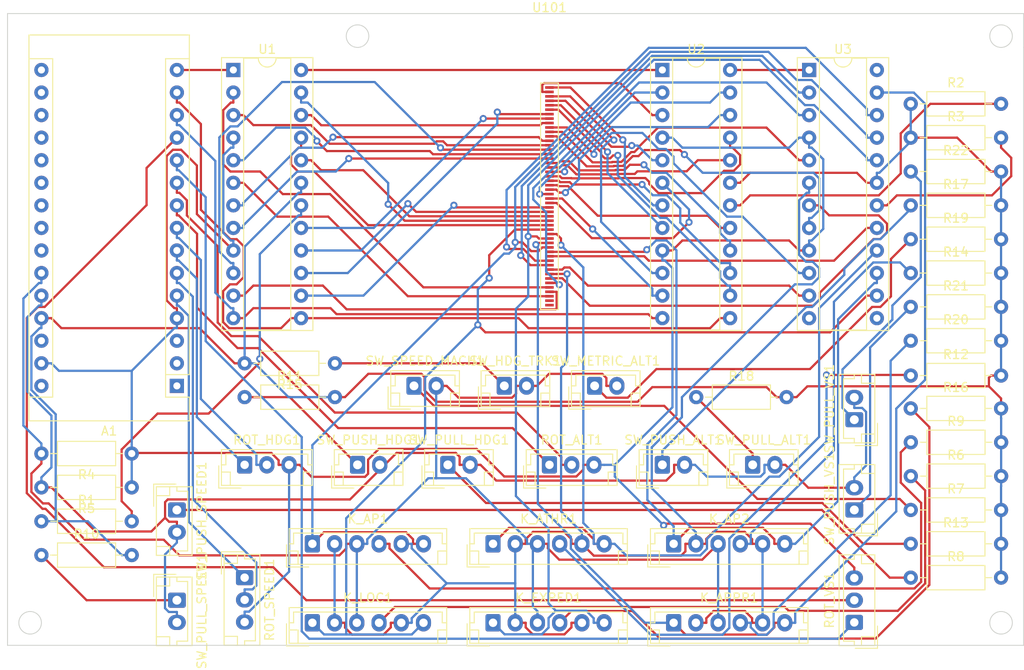
<source format=kicad_pcb>
(kicad_pcb (version 20171130) (host pcbnew 5.1.5+dfsg1-2build2)
  (layers (0 F.Cu signal) (31 B.Cu signal) (34 B.Paste user) (35 F.Paste user) (36 B.SilkS user) (37 F.SilkS user) (38 B.Mask user) (39 F.Mask user) (44 Edge.Cuts user))
  (net 0 "")
  (net 1 "Net-(A1-Pad1)")
  (net 2 "Net-(A1-Pad17)")
  (net 3 "Net-(A1-Pad2)")
  (net 4 "Net-(A1-Pad18)")
  (net 5 "Net-(A1-Pad3)")
  (net 6 "Net-(A1-Pad19)")
  (net 7 GND)
  (net 8 "Net-(A1-Pad20)")
  (net 9 "Net-(A1-Pad21)")
  (net 10 "Net-(A1-Pad22)")
  (net 11 "Net-(A1-Pad23)")
  (net 12 "Net-(A1-Pad24)")
  (net 13 +5V)
  (net 14 "Net-(A1-Pad28)")
  (net 15 "Net-(A1-Pad13)")
  (net 16 "Net-(A1-Pad14)")
  (net 17 "Net-(A1-Pad30)")
  (net 18 "Net-(A1-Pad16)")
  (net 19 hdgVsDig3)
  (net 20 hdgVsDig4)
  (net 21 hdgVsDig5)
  (net 22 hdgVsDig6)
  (net 23 hdgVsDig7)
  (net 24 hdgVsA)
  (net 25 speedAltF)
  (net 26 speedAltG)
  (net 27 speedAltDP)
  (net 28 Dr3Dig5)
  (net 29 Dr3Dig6)
  (net 30 Dr3Dig7)
  (net 31 speedAltDig3)
  (net 32 speedAltDig4)
  (net 33 speedAltDig5)
  (net 34 speedAltDig6)
  (net 35 speedAltDig7)
  (net 36 hdgVsB)
  (net 37 hdgVsC)
  (net 38 hdgVsD)
  (net 39 hdgVsE)
  (net 40 hdgVsF)
  (net 41 hdgVsG)
  (net 42 hdgVsDP)
  (net 43 hdgVsDig0)
  (net 44 hdgVsDig1)
  (net 45 hdgVsDig2)
  (net 46 speedAltA)
  (net 47 speedAltB)
  (net 48 speedAltC)
  (net 49 speedAltD)
  (net 50 speedAltE)
  (net 51 Dr3SegA)
  (net 52 Dr3SegB)
  (net 53 Dr3SegC)
  (net 54 Dr3SegD)
  (net 55 Dr3SegE)
  (net 56 Dr3SegF)
  (net 57 Dr3SegG)
  (net 58 Dr3SegDP)
  (net 59 Dr3Dig0)
  (net 60 Dr3Dig1)
  (net 61 Dr3Dig2)
  (net 62 Dr3Dig3)
  (net 63 Dr3Dig4)
  (net 64 speedAltDig0)
  (net 65 speedAltDig1)
  (net 66 speedAltDig2)
  (net 67 "Net-(U101-Pad49)")
  (net 68 "Net-(U101-Pad50)")
  (net 69 "Net-(R1-Pad2)")
  (net 70 "Net-(R2-Pad2)")
  (net 71 "Net-(R3-Pad2)")
  (net 72 "Net-(U1-Pad24)")
  (net 73 "Net-(U2-Pad24)")
  (net 74 "Net-(U3-Pad24)")
  (net 75 ROT_SPEED_A)
  (net 76 ROT_SPEED_B)
  (net 77 ROT_HDG_A)
  (net 78 ROT_HDG_B)
  (net 79 ROT_ALT_A)
  (net 80 BTN_GRP_1)
  (net 81 ROT_ALT_B)
  (net 82 BTN_GRP_2)
  (net 83 ROT_VS_A)
  (net 84 ROT_VS_B)
  (net 85 DriverLoad)
  (net 86 DriverClock)
  (net 87 DriverData)
  (net 88 "Net-(K_AP1-Pad4)")
  (net 89 "Net-(K_AP2-Pad4)")
  (net 90 "Net-(K_APPR1-Pad4)")
  (net 91 "Net-(K_ATHR1-Pad4)")
  (net 92 "Net-(K_EXPED1-Pad4)")
  (net 93 "Net-(K_LOC1-Pad4)")
  (net 94 "Net-(R7-Pad1)")
  (net 95 "Net-(R8-Pad1)")
  (net 96 "Net-(R10-Pad1)")
  (net 97 "Net-(R11-Pad1)")
  (net 98 "Net-(R13-Pad1)")
  (net 99 "Net-(R15-Pad1)")
  (net 100 "Net-(R17-Pad1)")
  (net 101 "Net-(R18-Pad1)")
  (net 102 "Net-(R19-Pad1)")
  (net 103 "Net-(R21-Pad1)")
  (net 104 "Net-(R22-Pad1)")
  (module Module:Arduino_Nano (layer F.Cu) (at 67.31 116.84 180)
    (fp_text reference A1 (at 7.62 -5.08) (layer F.SilkS))
    (fp_text value Arduino_Nano_v3.x)
    (pad 1 thru_hole rect (at 0 0 180) (size 1.6 1.6) (drill 0.8) (layers *.Cu *.Mask) (net 1 "Net-(A1-Pad1)"))
    (pad 17 thru_hole oval (at 15.24 33.02 180) (size 1.6 1.6) (drill 0.8) (layers *.Cu *.Mask) (net 2 "Net-(A1-Pad17)"))
    (pad 2 thru_hole oval (at 0 2.54 180) (size 1.6 1.6) (drill 0.8) (layers *.Cu *.Mask) (net 3 "Net-(A1-Pad2)"))
    (pad 18 thru_hole oval (at 15.24 30.48 180) (size 1.6 1.6) (drill 0.8) (layers *.Cu *.Mask) (net 4 "Net-(A1-Pad18)"))
    (pad 3 thru_hole oval (at 0 5.08 180) (size 1.6 1.6) (drill 0.8) (layers *.Cu *.Mask) (net 5 "Net-(A1-Pad3)"))
    (pad 19 thru_hole oval (at 15.24 27.94 180) (size 1.6 1.6) (drill 0.8) (layers *.Cu *.Mask) (net 6 "Net-(A1-Pad19)"))
    (pad 4 thru_hole oval (at 0 7.62 180) (size 1.6 1.6) (drill 0.8) (layers *.Cu *.Mask) (net 7 GND))
    (pad 20 thru_hole oval (at 15.24 25.4 180) (size 1.6 1.6) (drill 0.8) (layers *.Cu *.Mask) (net 8 "Net-(A1-Pad20)"))
    (pad 5 thru_hole oval (at 0 10.16 180) (size 1.6 1.6) (drill 0.8) (layers *.Cu *.Mask) (net 75 ROT_SPEED_A))
    (pad 21 thru_hole oval (at 15.24 22.86 180) (size 1.6 1.6) (drill 0.8) (layers *.Cu *.Mask) (net 9 "Net-(A1-Pad21)"))
    (pad 6 thru_hole oval (at 0 12.7 180) (size 1.6 1.6) (drill 0.8) (layers *.Cu *.Mask) (net 76 ROT_SPEED_B))
    (pad 22 thru_hole oval (at 15.24 20.32 180) (size 1.6 1.6) (drill 0.8) (layers *.Cu *.Mask) (net 10 "Net-(A1-Pad22)"))
    (pad 7 thru_hole oval (at 0 15.24 180) (size 1.6 1.6) (drill 0.8) (layers *.Cu *.Mask) (net 77 ROT_HDG_A))
    (pad 23 thru_hole oval (at 15.24 17.78 180) (size 1.6 1.6) (drill 0.8) (layers *.Cu *.Mask) (net 11 "Net-(A1-Pad23)"))
    (pad 8 thru_hole oval (at 0 17.78 180) (size 1.6 1.6) (drill 0.8) (layers *.Cu *.Mask) (net 78 ROT_HDG_B))
    (pad 24 thru_hole oval (at 15.24 15.24 180) (size 1.6 1.6) (drill 0.8) (layers *.Cu *.Mask) (net 12 "Net-(A1-Pad24)"))
    (pad 9 thru_hole oval (at 0 20.32 180) (size 1.6 1.6) (drill 0.8) (layers *.Cu *.Mask) (net 79 ROT_ALT_A))
    (pad 25 thru_hole oval (at 15.24 12.7 180) (size 1.6 1.6) (drill 0.8) (layers *.Cu *.Mask) (net 80 BTN_GRP_1))
    (pad 10 thru_hole oval (at 0 22.86 180) (size 1.6 1.6) (drill 0.8) (layers *.Cu *.Mask) (net 81 ROT_ALT_B))
    (pad 26 thru_hole oval (at 15.24 10.16 180) (size 1.6 1.6) (drill 0.8) (layers *.Cu *.Mask) (net 82 BTN_GRP_2))
    (pad 11 thru_hole oval (at 0 25.4 180) (size 1.6 1.6) (drill 0.8) (layers *.Cu *.Mask) (net 83 ROT_VS_A))
    (pad 27 thru_hole oval (at 15.24 7.62 180) (size 1.6 1.6) (drill 0.8) (layers *.Cu *.Mask) (net 13 +5V))
    (pad 12 thru_hole oval (at 0 27.94 180) (size 1.6 1.6) (drill 0.8) (layers *.Cu *.Mask) (net 84 ROT_VS_B))
    (pad 28 thru_hole oval (at 15.24 5.08 180) (size 1.6 1.6) (drill 0.8) (layers *.Cu *.Mask) (net 14 "Net-(A1-Pad28)"))
    (pad 13 thru_hole oval (at 0 30.48 180) (size 1.6 1.6) (drill 0.8) (layers *.Cu *.Mask) (net 85 DriverLoad))
    (pad 29 thru_hole oval (at 15.24 2.54 180) (size 1.6 1.6) (drill 0.8) (layers *.Cu *.Mask) (net 7 GND))
    (pad 14 thru_hole oval (at 0 33.02 180) (size 1.6 1.6) (drill 0.8) (layers *.Cu *.Mask) (net 86 DriverClock))
    (pad 30 thru_hole oval (at 15.24 0 180) (size 1.6 1.6) (drill 0.8) (layers *.Cu *.Mask) (net 17 "Net-(A1-Pad30)"))
    (pad 15 thru_hole oval (at 0 35.56 180) (size 1.6 1.6) (drill 0.8) (layers *.Cu *.Mask) (net 87 DriverData))
    (pad 16 thru_hole oval (at 15.24 35.56 180) (size 1.6 1.6) (drill 0.8) (layers *.Cu *.Mask) (net 18 "Net-(A1-Pad16)"))
  )
  (module home-cockpit-footprints:Connector-FPC-50pins-0.5mm (layer F.Cu) (at 109.22 95.25)
    (fp_text reference U101 (at 0 -21) (layer F.SilkS))
    (fp_text value Connector-FPC-50pins)
    (pad 1 smd rect (at 0 -12) (size 0.96 0.3) (layers F.Cu F.Paste F.Mask) (net 19 hdgVsDig3))
    (pad 2 smd rect (at 0 -11.5) (size 0.96 0.3) (layers F.Cu F.Paste F.Mask) (net 20 hdgVsDig4))
    (pad 3 smd rect (at 0 -11) (size 0.96 0.3) (layers F.Cu F.Paste F.Mask) (net 21 hdgVsDig5))
    (pad 4 smd rect (at 0 -10.5) (size 0.96 0.3) (layers F.Cu F.Paste F.Mask) (net 22 hdgVsDig6))
    (pad 5 smd rect (at 0 -10) (size 0.96 0.3) (layers F.Cu F.Paste F.Mask) (net 23 hdgVsDig7))
    (pad 6 smd rect (at 0 -9.5) (size 0.96 0.3) (layers F.Cu F.Paste F.Mask) (net 24 hdgVsA))
    (pad 7 smd rect (at 0 -9) (size 0.96 0.3) (layers F.Cu F.Paste F.Mask) (net 25 speedAltF))
    (pad 8 smd rect (at 0 -8.5) (size 0.96 0.3) (layers F.Cu F.Paste F.Mask) (net 26 speedAltG))
    (pad 9 smd rect (at 0 -8) (size 0.96 0.3) (layers F.Cu F.Paste F.Mask) (net 27 speedAltDP))
    (pad 10 smd rect (at 0 -7.5) (size 0.96 0.3) (layers F.Cu F.Paste F.Mask) (net 28 Dr3Dig5))
    (pad 11 smd rect (at 0 -7) (size 0.96 0.3) (layers F.Cu F.Paste F.Mask) (net 29 Dr3Dig6))
    (pad 12 smd rect (at 0 -6.5) (size 0.96 0.3) (layers F.Cu F.Paste F.Mask) (net 30 Dr3Dig7))
    (pad 13 smd rect (at 0 -6) (size 0.96 0.3) (layers F.Cu F.Paste F.Mask) (net 31 speedAltDig3))
    (pad 14 smd rect (at 0 -5.5) (size 0.96 0.3) (layers F.Cu F.Paste F.Mask) (net 32 speedAltDig4))
    (pad 15 smd rect (at 0 -5) (size 0.96 0.3) (layers F.Cu F.Paste F.Mask) (net 33 speedAltDig5))
    (pad 16 smd rect (at 0 -4.5) (size 0.96 0.3) (layers F.Cu F.Paste F.Mask) (net 34 speedAltDig6))
    (pad 17 smd rect (at 0 -4) (size 0.96 0.3) (layers F.Cu F.Paste F.Mask) (net 35 speedAltDig7))
    (pad 18 smd rect (at 0 -3.5) (size 0.96 0.3) (layers F.Cu F.Paste F.Mask) (net 36 hdgVsB))
    (pad 19 smd rect (at 0 -3) (size 0.96 0.3) (layers F.Cu F.Paste F.Mask) (net 37 hdgVsC))
    (pad 20 smd rect (at 0 -2.5) (size 0.96 0.3) (layers F.Cu F.Paste F.Mask) (net 38 hdgVsD))
    (pad 21 smd rect (at 0 -2) (size 0.96 0.3) (layers F.Cu F.Paste F.Mask) (net 39 hdgVsE))
    (pad 22 smd rect (at 0 -1.5) (size 0.96 0.3) (layers F.Cu F.Paste F.Mask) (net 40 hdgVsF))
    (pad 23 smd rect (at 0 -1) (size 0.96 0.3) (layers F.Cu F.Paste F.Mask) (net 41 hdgVsG))
    (pad 24 smd rect (at 0 -0.5) (size 0.96 0.3) (layers F.Cu F.Paste F.Mask) (net 42 hdgVsDP))
    (pad 25 smd rect (at 0 0) (size 0.96 0.3) (layers F.Cu F.Paste F.Mask) (net 43 hdgVsDig0))
    (pad 26 smd rect (at 0 0.5) (size 0.96 0.3) (layers F.Cu F.Paste F.Mask) (net 44 hdgVsDig1))
    (pad 27 smd rect (at 0 1) (size 0.96 0.3) (layers F.Cu F.Paste F.Mask) (net 45 hdgVsDig2))
    (pad 28 smd rect (at 0 1.5) (size 0.96 0.3) (layers F.Cu F.Paste F.Mask) (net 46 speedAltA))
    (pad 29 smd rect (at 0 2) (size 0.96 0.3) (layers F.Cu F.Paste F.Mask) (net 47 speedAltB))
    (pad 30 smd rect (at 0 2.5) (size 0.96 0.3) (layers F.Cu F.Paste F.Mask) (net 48 speedAltC))
    (pad 31 smd rect (at 0 3) (size 0.96 0.3) (layers F.Cu F.Paste F.Mask) (net 49 speedAltD))
    (pad 32 smd rect (at 0 3.5) (size 0.96 0.3) (layers F.Cu F.Paste F.Mask) (net 50 speedAltE))
    (pad 33 smd rect (at 0 4) (size 0.96 0.3) (layers F.Cu F.Paste F.Mask) (net 51 Dr3SegA))
    (pad 34 smd rect (at 0 4.5) (size 0.96 0.3) (layers F.Cu F.Paste F.Mask) (net 52 Dr3SegB))
    (pad 35 smd rect (at 0 5) (size 0.96 0.3) (layers F.Cu F.Paste F.Mask) (net 53 Dr3SegC))
    (pad 36 smd rect (at 0 5.5) (size 0.96 0.3) (layers F.Cu F.Paste F.Mask) (net 54 Dr3SegD))
    (pad 37 smd rect (at 0 6) (size 0.96 0.3) (layers F.Cu F.Paste F.Mask) (net 55 Dr3SegE))
    (pad 38 smd rect (at 0 6.5) (size 0.96 0.3) (layers F.Cu F.Paste F.Mask) (net 56 Dr3SegF))
    (pad 39 smd rect (at 0 7) (size 0.96 0.3) (layers F.Cu F.Paste F.Mask) (net 57 Dr3SegG))
    (pad 40 smd rect (at 0 7.5) (size 0.96 0.3) (layers F.Cu F.Paste F.Mask) (net 58 Dr3SegDP))
    (pad 41 smd rect (at 0 8) (size 0.96 0.3) (layers F.Cu F.Paste F.Mask) (net 59 Dr3Dig0))
    (pad 42 smd rect (at 0 8.5) (size 0.96 0.3) (layers F.Cu F.Paste F.Mask) (net 60 Dr3Dig1))
    (pad 43 smd rect (at 0 9) (size 0.96 0.3) (layers F.Cu F.Paste F.Mask) (net 61 Dr3Dig2))
    (pad 44 smd rect (at 0 9.5) (size 0.96 0.3) (layers F.Cu F.Paste F.Mask) (net 62 Dr3Dig3))
    (pad 45 smd rect (at 0 10) (size 0.96 0.3) (layers F.Cu F.Paste F.Mask) (net 63 Dr3Dig4))
    (pad 46 smd rect (at 0 10.5) (size 0.96 0.3) (layers F.Cu F.Paste F.Mask) (net 64 speedAltDig0))
    (pad 47 smd rect (at 0 11) (size 0.96 0.3) (layers F.Cu F.Paste F.Mask) (net 65 speedAltDig1))
    (pad 48 smd rect (at 0 11.5) (size 0.96 0.3) (layers F.Cu F.Paste F.Mask) (net 66 speedAltDig2))
    (pad 49 smd rect (at 0 12) (size 0.96 0.3) (layers F.Cu F.Paste F.Mask) (net 67 "Net-(U101-Pad49)"))
    (pad 50 smd rect (at 0 12.5) (size 0.96 0.3) (layers F.Cu F.Paste F.Mask) (net 68 "Net-(U101-Pad50)"))
  )
  (module Package_DIP:DIP-24_W7.62mm_Socket (layer F.Cu) (at 138.43 81.28)
    (fp_text reference U3 (at 3.81 -2.33) (layer F.SilkS))
    (fp_text value MAX7219)
    (pad 1 thru_hole rect (at 0 0) (size 1.6 1.6) (drill 0.8) (layers *.Cu *.Mask) (net 73 "Net-(U2-Pad24)"))
    (pad 13 thru_hole oval (at 7.62 27.94) (size 1.6 1.6) (drill 0.8) (layers *.Cu *.Mask) (net 16 "Net-(A1-Pad14)"))
    (pad 2 thru_hole oval (at 0 2.54) (size 1.6 1.6) (drill 0.8) (layers *.Cu *.Mask) (net 59 Dr3Dig0))
    (pad 14 thru_hole oval (at 7.62 25.4) (size 1.6 1.6) (drill 0.8) (layers *.Cu *.Mask) (net 51 Dr3SegA))
    (pad 3 thru_hole oval (at 0 5.08) (size 1.6 1.6) (drill 0.8) (layers *.Cu *.Mask) (net 63 Dr3Dig4))
    (pad 15 thru_hole oval (at 7.62 22.86) (size 1.6 1.6) (drill 0.8) (layers *.Cu *.Mask) (net 56 Dr3SegF))
    (pad 4 thru_hole oval (at 0 7.62) (size 1.6 1.6) (drill 0.8) (layers *.Cu *.Mask) (net 7 GND))
    (pad 16 thru_hole oval (at 7.62 20.32) (size 1.6 1.6) (drill 0.8) (layers *.Cu *.Mask) (net 52 Dr3SegB))
    (pad 5 thru_hole oval (at 0 10.16) (size 1.6 1.6) (drill 0.8) (layers *.Cu *.Mask) (net 29 Dr3Dig6))
    (pad 17 thru_hole oval (at 7.62 17.78) (size 1.6 1.6) (drill 0.8) (layers *.Cu *.Mask) (net 57 Dr3SegG))
    (pad 6 thru_hole oval (at 0 12.7) (size 1.6 1.6) (drill 0.8) (layers *.Cu *.Mask) (net 61 Dr3Dig2))
    (pad 18 thru_hole oval (at 7.62 15.24) (size 1.6 1.6) (drill 0.8) (layers *.Cu *.Mask) (net 71 "Net-(R3-Pad2)"))
    (pad 7 thru_hole oval (at 0 15.24) (size 1.6 1.6) (drill 0.8) (layers *.Cu *.Mask) (net 62 Dr3Dig3))
    (pad 19 thru_hole oval (at 7.62 12.7) (size 1.6 1.6) (drill 0.8) (layers *.Cu *.Mask) (net 13 +5V))
    (pad 8 thru_hole oval (at 0 17.78) (size 1.6 1.6) (drill 0.8) (layers *.Cu *.Mask) (net 30 Dr3Dig7))
    (pad 20 thru_hole oval (at 7.62 10.16) (size 1.6 1.6) (drill 0.8) (layers *.Cu *.Mask) (net 53 Dr3SegC))
    (pad 9 thru_hole oval (at 0 20.32) (size 1.6 1.6) (drill 0.8) (layers *.Cu *.Mask) (net 7 GND))
    (pad 21 thru_hole oval (at 7.62 7.62) (size 1.6 1.6) (drill 0.8) (layers *.Cu *.Mask) (net 55 Dr3SegE))
    (pad 10 thru_hole oval (at 0 22.86) (size 1.6 1.6) (drill 0.8) (layers *.Cu *.Mask) (net 28 Dr3Dig5))
    (pad 22 thru_hole oval (at 7.62 5.08) (size 1.6 1.6) (drill 0.8) (layers *.Cu *.Mask) (net 58 Dr3SegDP))
    (pad 11 thru_hole oval (at 0 25.4) (size 1.6 1.6) (drill 0.8) (layers *.Cu *.Mask) (net 60 Dr3Dig1))
    (pad 23 thru_hole oval (at 7.62 2.54) (size 1.6 1.6) (drill 0.8) (layers *.Cu *.Mask) (net 54 Dr3SegD))
    (pad 12 thru_hole oval (at 0 27.94) (size 1.6 1.6) (drill 0.8) (layers *.Cu *.Mask) (net 15 "Net-(A1-Pad13)"))
    (pad 24 thru_hole oval (at 7.62 0) (size 1.6 1.6) (drill 0.8) (layers *.Cu *.Mask) (net 74 "Net-(U3-Pad24)"))
  )
  (module Resistor_THT:R_Axial_DIN0207_L6.3mm_D2.5mm_P10.16mm_Horizontal (layer F.Cu) (at 52.07 132.08)
    (fp_text reference R1 (at 5.08 -2.37) (layer F.SilkS))
    (fp_text value 9,53kohms)
    (pad 1 thru_hole circle (at 0 0) (size 1.6 1.6) (drill 0.8) (layers *.Cu *.Mask) (net 13 +5V))
    (pad 2 thru_hole oval (at 10.16 0) (size 1.6 1.6) (drill 0.8) (layers *.Cu *.Mask) (net 69 "Net-(R1-Pad2)"))
  )
  (module Resistor_THT:R_Axial_DIN0207_L6.3mm_D2.5mm_P10.16mm_Horizontal (layer F.Cu) (at 149.86 85.09)
    (fp_text reference R2 (at 5.08 -2.37) (layer F.SilkS))
    (fp_text value 9,53kohms)
    (pad 2 thru_hole oval (at 10.16 0) (size 1.6 1.6) (drill 0.8) (layers *.Cu *.Mask) (net 70 "Net-(R2-Pad2)"))
    (pad 1 thru_hole circle (at 0 0) (size 1.6 1.6) (drill 0.8) (layers *.Cu *.Mask) (net 13 +5V))
  )
  (module Connector_JST:JST_EH_B6B-EH-A_1x06_P2.50mm_Vertical (layer F.Cu) (at 82.55 134.62)
    (fp_text reference K_AP1 (at 6.25 -2.8) (layer F.SilkS))
    (fp_text value Korry)
    (pad 6 thru_hole oval (at 12.5 0) (size 1.7 1.95) (drill 0.95) (layers *.Cu *.Mask) (net 55 Dr3SegE))
    (pad 5 thru_hole oval (at 10 0) (size 1.7 1.95) (drill 0.95) (layers *.Cu *.Mask) (net 61 Dr3Dig2))
    (pad 4 thru_hole oval (at 7.5 0) (size 1.7 1.95) (drill 0.95) (layers *.Cu *.Mask) (net 88 "Net-(K_AP1-Pad4)"))
    (pad 3 thru_hole oval (at 5 0) (size 1.7 1.95) (drill 0.95) (layers *.Cu *.Mask) (net 80 BTN_GRP_1))
    (pad 2 thru_hole oval (at 2.5 0) (size 1.7 1.95) (drill 0.95) (layers *.Cu *.Mask) (net 61 Dr3Dig2))
    (pad 1 thru_hole roundrect (at 0 0) (size 1.7 1.95) (drill 0.95) (layers *.Cu *.Mask) (roundrect_rratio 0.147059) (net 55 Dr3SegE))
  )
  (module Connector_JST:JST_EH_B6B-EH-A_1x06_P2.50mm_Vertical (layer F.Cu) (at 123.19 134.62)
    (fp_text reference K_AP2 (at 6.25 -2.8) (layer F.SilkS))
    (fp_text value Korry)
    (pad 1 thru_hole roundrect (at 0 0) (size 1.7 1.95) (drill 0.95) (layers *.Cu *.Mask) (roundrect_rratio 0.147059) (net 56 Dr3SegF))
    (pad 2 thru_hole oval (at 2.5 0) (size 1.7 1.95) (drill 0.95) (layers *.Cu *.Mask) (net 61 Dr3Dig2))
    (pad 3 thru_hole oval (at 5 0) (size 1.7 1.95) (drill 0.95) (layers *.Cu *.Mask) (net 80 BTN_GRP_1))
    (pad 4 thru_hole oval (at 7.5 0) (size 1.7 1.95) (drill 0.95) (layers *.Cu *.Mask) (net 89 "Net-(K_AP2-Pad4)"))
    (pad 5 thru_hole oval (at 10 0) (size 1.7 1.95) (drill 0.95) (layers *.Cu *.Mask) (net 61 Dr3Dig2))
    (pad 6 thru_hole oval (at 12.5 0) (size 1.7 1.95) (drill 0.95) (layers *.Cu *.Mask) (net 56 Dr3SegF))
  )
  (module Connector_JST:JST_EH_B6B-EH-A_1x06_P2.50mm_Vertical (layer F.Cu) (at 123.19 143.51)
    (fp_text reference K_APPR1 (at 6.25 -2.8) (layer F.SilkS))
    (fp_text value Korry)
    (pad 6 thru_hole oval (at 12.5 0) (size 1.7 1.95) (drill 0.95) (layers *.Cu *.Mask) (net 54 Dr3SegD))
    (pad 5 thru_hole oval (at 10 0) (size 1.7 1.95) (drill 0.95) (layers *.Cu *.Mask) (net 61 Dr3Dig2))
    (pad 4 thru_hole oval (at 7.5 0) (size 1.7 1.95) (drill 0.95) (layers *.Cu *.Mask) (net 90 "Net-(K_APPR1-Pad4)"))
    (pad 3 thru_hole oval (at 5 0) (size 1.7 1.95) (drill 0.95) (layers *.Cu *.Mask) (net 80 BTN_GRP_1))
    (pad 2 thru_hole oval (at 2.5 0) (size 1.7 1.95) (drill 0.95) (layers *.Cu *.Mask) (net 61 Dr3Dig2))
    (pad 1 thru_hole roundrect (at 0 0) (size 1.7 1.95) (drill 0.95) (layers *.Cu *.Mask) (roundrect_rratio 0.147059) (net 54 Dr3SegD))
  )
  (module Connector_JST:JST_EH_B6B-EH-A_1x06_P2.50mm_Vertical (layer F.Cu) (at 102.87 134.62)
    (fp_text reference K_ATHR1 (at 6.25 -2.8) (layer F.SilkS))
    (fp_text value Korry)
    (pad 1 thru_hole roundrect (at 0 0) (size 1.7 1.95) (drill 0.95) (layers *.Cu *.Mask) (roundrect_rratio 0.147059) (net 52 Dr3SegB))
    (pad 2 thru_hole oval (at 2.5 0) (size 1.7 1.95) (drill 0.95) (layers *.Cu *.Mask) (net 61 Dr3Dig2))
    (pad 3 thru_hole oval (at 5 0) (size 1.7 1.95) (drill 0.95) (layers *.Cu *.Mask) (net 80 BTN_GRP_1))
    (pad 4 thru_hole oval (at 7.5 0) (size 1.7 1.95) (drill 0.95) (layers *.Cu *.Mask) (net 91 "Net-(K_ATHR1-Pad4)"))
    (pad 5 thru_hole oval (at 10 0) (size 1.7 1.95) (drill 0.95) (layers *.Cu *.Mask) (net 61 Dr3Dig2))
    (pad 6 thru_hole oval (at 12.5 0) (size 1.7 1.95) (drill 0.95) (layers *.Cu *.Mask) (net 52 Dr3SegB))
  )
  (module Connector_JST:JST_EH_B6B-EH-A_1x06_P2.50mm_Vertical (layer F.Cu) (at 102.87 143.51)
    (fp_text reference K_EXPED1 (at 6.25 -2.8) (layer F.SilkS))
    (fp_text value Korry)
    (pad 1 thru_hole roundrect (at 0 0) (size 1.7 1.95) (drill 0.95) (layers *.Cu *.Mask) (roundrect_rratio 0.147059) (net 53 Dr3SegC))
    (pad 2 thru_hole oval (at 2.5 0) (size 1.7 1.95) (drill 0.95) (layers *.Cu *.Mask) (net 61 Dr3Dig2))
    (pad 3 thru_hole oval (at 5 0) (size 1.7 1.95) (drill 0.95) (layers *.Cu *.Mask) (net 80 BTN_GRP_1))
    (pad 4 thru_hole oval (at 7.5 0) (size 1.7 1.95) (drill 0.95) (layers *.Cu *.Mask) (net 92 "Net-(K_EXPED1-Pad4)"))
    (pad 5 thru_hole oval (at 10 0) (size 1.7 1.95) (drill 0.95) (layers *.Cu *.Mask) (net 61 Dr3Dig2))
    (pad 6 thru_hole oval (at 12.5 0) (size 1.7 1.95) (drill 0.95) (layers *.Cu *.Mask) (net 53 Dr3SegC))
  )
  (module Connector_JST:JST_EH_B6B-EH-A_1x06_P2.50mm_Vertical (layer F.Cu) (at 82.55 143.51)
    (fp_text reference K_LOC1 (at 6.25 -2.8) (layer F.SilkS))
    (fp_text value Korry)
    (pad 6 thru_hole oval (at 12.5 0) (size 1.7 1.95) (drill 0.95) (layers *.Cu *.Mask) (net 51 Dr3SegA))
    (pad 5 thru_hole oval (at 10 0) (size 1.7 1.95) (drill 0.95) (layers *.Cu *.Mask) (net 61 Dr3Dig2))
    (pad 4 thru_hole oval (at 7.5 0) (size 1.7 1.95) (drill 0.95) (layers *.Cu *.Mask) (net 93 "Net-(K_LOC1-Pad4)"))
    (pad 3 thru_hole oval (at 5 0) (size 1.7 1.95) (drill 0.95) (layers *.Cu *.Mask) (net 80 BTN_GRP_1))
    (pad 2 thru_hole oval (at 2.5 0) (size 1.7 1.95) (drill 0.95) (layers *.Cu *.Mask) (net 61 Dr3Dig2))
    (pad 1 thru_hole roundrect (at 0 0) (size 1.7 1.95) (drill 0.95) (layers *.Cu *.Mask) (roundrect_rratio 0.147059) (net 51 Dr3SegA))
  )
  (module Resistor_THT:R_Axial_DIN0207_L6.3mm_D2.5mm_P10.16mm_Horizontal (layer F.Cu) (at 149.86 88.9)
    (fp_text reference R3 (at 5.08 -2.37) (layer F.SilkS))
    (fp_text value 9,53kohms)
    (pad 2 thru_hole oval (at 10.16 0) (size 1.6 1.6) (drill 0.8) (layers *.Cu *.Mask) (net 71 "Net-(R3-Pad2)"))
    (pad 1 thru_hole circle (at 0 0) (size 1.6 1.6) (drill 0.8) (layers *.Cu *.Mask) (net 13 +5V))
  )
  (module Resistor_THT:R_Axial_DIN0207_L6.3mm_D2.5mm_P10.16mm_Horizontal (layer F.Cu) (at 62.23 124.46 180)
    (fp_text reference R4 (at 5.08 -2.37) (layer F.SilkS))
    (fp_text value 100kOhms)
    (pad 1 thru_hole circle (at 0 0 180) (size 1.6 1.6) (drill 0.8) (layers *.Cu *.Mask) (net 7 GND))
    (pad 2 thru_hole oval (at 10.16 0 180) (size 1.6 1.6) (drill 0.8) (layers *.Cu *.Mask) (net 80 BTN_GRP_1))
  )
  (module Resistor_THT:R_Axial_DIN0207_L6.3mm_D2.5mm_P10.16mm_Horizontal (layer F.Cu) (at 62.23 128.27 180)
    (fp_text reference R5 (at 5.08 -2.37) (layer F.SilkS))
    (fp_text value 100kOhms)
    (pad 2 thru_hole oval (at 10.16 0 180) (size 1.6 1.6) (drill 0.8) (layers *.Cu *.Mask) (net 82 BTN_GRP_2))
    (pad 1 thru_hole circle (at 0 0 180) (size 1.6 1.6) (drill 0.8) (layers *.Cu *.Mask) (net 7 GND))
  )
  (module Resistor_THT:R_Axial_DIN0207_L6.3mm_D2.5mm_P10.16mm_Horizontal (layer F.Cu) (at 149.87 127)
    (fp_text reference R6 (at 5.08 -2.37) (layer F.SilkS))
    (fp_text value 33kOhms)
    (pad 2 thru_hole oval (at 10.16 0) (size 1.6 1.6) (drill 0.8) (layers *.Cu *.Mask) (net 13 +5V))
    (pad 1 thru_hole circle (at 0 0) (size 1.6 1.6) (drill 0.8) (layers *.Cu *.Mask) (net 93 "Net-(K_LOC1-Pad4)"))
  )
  (module Resistor_THT:R_Axial_DIN0207_L6.3mm_D2.5mm_P10.16mm_Horizontal (layer F.Cu) (at 149.86 130.81)
    (fp_text reference R7 (at 5.08 -2.37) (layer F.SilkS))
    (fp_text value 8,2kOhms)
    (pad 1 thru_hole circle (at 0 0) (size 1.6 1.6) (drill 0.8) (layers *.Cu *.Mask) (net 94 "Net-(R7-Pad1)"))
    (pad 2 thru_hole oval (at 10.16 0) (size 1.6 1.6) (drill 0.8) (layers *.Cu *.Mask) (net 13 +5V))
  )
  (module Resistor_THT:R_Axial_DIN0207_L6.3mm_D2.5mm_P10.16mm_Horizontal (layer F.Cu) (at 149.86 138.43)
    (fp_text reference R8 (at 5.08 -2.37) (layer F.SilkS))
    (fp_text value 8,2kOhms)
    (pad 1 thru_hole circle (at 0 0) (size 1.6 1.6) (drill 0.8) (layers *.Cu *.Mask) (net 95 "Net-(R8-Pad1)"))
    (pad 2 thru_hole oval (at 10.16 0) (size 1.6 1.6) (drill 0.8) (layers *.Cu *.Mask) (net 13 +5V))
  )
  (module Resistor_THT:R_Axial_DIN0207_L6.3mm_D2.5mm_P10.16mm_Horizontal (layer F.Cu) (at 149.87 123.19)
    (fp_text reference R9 (at 5.08 -2.37) (layer F.SilkS))
    (fp_text value 120kOhms)
    (pad 1 thru_hole circle (at 0 0) (size 1.6 1.6) (drill 0.8) (layers *.Cu *.Mask) (net 88 "Net-(K_AP1-Pad4)"))
    (pad 2 thru_hole oval (at 10.16 0) (size 1.6 1.6) (drill 0.8) (layers *.Cu *.Mask) (net 13 +5V))
  )
  (module Resistor_THT:R_Axial_DIN0207_L6.3mm_D2.5mm_P10.16mm_Horizontal (layer F.Cu) (at 52.07 135.89)
    (fp_text reference R10 (at 5.08 -2.37) (layer F.SilkS))
    (fp_text value 15kOhms)
    (pad 2 thru_hole oval (at 10.16 0) (size 1.6 1.6) (drill 0.8) (layers *.Cu *.Mask) (net 13 +5V))
    (pad 1 thru_hole circle (at 0 0) (size 1.6 1.6) (drill 0.8) (layers *.Cu *.Mask) (net 96 "Net-(R10-Pad1)"))
  )
  (module Resistor_THT:R_Axial_DIN0207_L6.3mm_D2.5mm_P10.16mm_Horizontal (layer F.Cu) (at 74.93 118.11)
    (fp_text reference R11 (at 5.08 -2.37) (layer F.SilkS))
    (fp_text value 22kOhms)
    (pad 1 thru_hole circle (at 0 0) (size 1.6 1.6) (drill 0.8) (layers *.Cu *.Mask) (net 97 "Net-(R11-Pad1)"))
    (pad 2 thru_hole oval (at 10.16 0) (size 1.6 1.6) (drill 0.8) (layers *.Cu *.Mask) (net 13 +5V))
  )
  (module Resistor_THT:R_Axial_DIN0207_L6.3mm_D2.5mm_P10.16mm_Horizontal (layer F.Cu) (at 149.86 115.68)
    (fp_text reference R12 (at 5.08 -2.37) (layer F.SilkS))
    (fp_text value 47kOhms)
    (pad 2 thru_hole oval (at 10.16 0) (size 1.6 1.6) (drill 0.8) (layers *.Cu *.Mask) (net 13 +5V))
    (pad 1 thru_hole circle (at 0 0) (size 1.6 1.6) (drill 0.8) (layers *.Cu *.Mask) (net 91 "Net-(K_ATHR1-Pad4)"))
  )
  (module Resistor_THT:R_Axial_DIN0207_L6.3mm_D2.5mm_P10.16mm_Horizontal (layer F.Cu) (at 149.86 134.62)
    (fp_text reference R13 (at 5.08 -2.37) (layer F.SilkS))
    (fp_text value 33kOhms)
    (pad 2 thru_hole oval (at 10.16 0) (size 1.6 1.6) (drill 0.8) (layers *.Cu *.Mask) (net 13 +5V))
    (pad 1 thru_hole circle (at 0 0) (size 1.6 1.6) (drill 0.8) (layers *.Cu *.Mask) (net 98 "Net-(R13-Pad1)"))
  )
  (module Resistor_THT:R_Axial_DIN0207_L6.3mm_D2.5mm_P10.16mm_Horizontal (layer F.Cu) (at 149.86 104.14)
    (fp_text reference R14 (at 5.08 -2.37) (layer F.SilkS))
    (fp_text value 150kOhms)
    (pad 1 thru_hole circle (at 0 0) (size 1.6 1.6) (drill 0.8) (layers *.Cu *.Mask) (net 89 "Net-(K_AP2-Pad4)"))
    (pad 2 thru_hole oval (at 10.16 0) (size 1.6 1.6) (drill 0.8) (layers *.Cu *.Mask) (net 13 +5V))
  )
  (module Resistor_THT:R_Axial_DIN0207_L6.3mm_D2.5mm_P10.16mm_Horizontal (layer F.Cu) (at 85.09 114.3 180)
    (fp_text reference R15 (at 5.08 -2.37) (layer F.SilkS))
    (fp_text value 15kOhms)
    (pad 2 thru_hole oval (at 10.16 0 180) (size 1.6 1.6) (drill 0.8) (layers *.Cu *.Mask) (net 13 +5V))
    (pad 1 thru_hole circle (at 0 0 180) (size 1.6 1.6) (drill 0.8) (layers *.Cu *.Mask) (net 99 "Net-(R15-Pad1)"))
  )
  (module Resistor_THT:R_Axial_DIN0207_L6.3mm_D2.5mm_P10.16mm_Horizontal (layer F.Cu) (at 149.86 119.38)
    (fp_text reference R16 (at 5.08 -2.37) (layer F.SilkS))
    (fp_text value 68kOhms)
    (pad 1 thru_hole circle (at 0 0) (size 1.6 1.6) (drill 0.8) (layers *.Cu *.Mask) (net 92 "Net-(K_EXPED1-Pad4)"))
    (pad 2 thru_hole oval (at 10.16 0) (size 1.6 1.6) (drill 0.8) (layers *.Cu *.Mask) (net 13 +5V))
  )
  (module Resistor_THT:R_Axial_DIN0207_L6.3mm_D2.5mm_P10.16mm_Horizontal (layer F.Cu) (at 149.86 96.52)
    (fp_text reference R17 (at 5.08 -2.37) (layer F.SilkS))
    (fp_text value 47kOhms)
    (pad 1 thru_hole circle (at 0 0) (size 1.6 1.6) (drill 0.8) (layers *.Cu *.Mask) (net 100 "Net-(R17-Pad1)"))
    (pad 2 thru_hole oval (at 10.16 0) (size 1.6 1.6) (drill 0.8) (layers *.Cu *.Mask) (net 13 +5V))
  )
  (module Resistor_THT:R_Axial_DIN0207_L6.3mm_D2.5mm_P10.16mm_Horizontal (layer F.Cu) (at 125.73 118.11)
    (fp_text reference R18 (at 5.08 -2.37) (layer F.SilkS))
    (fp_text value 68kOhms)
    (pad 2 thru_hole oval (at 10.16 0) (size 1.6 1.6) (drill 0.8) (layers *.Cu *.Mask) (net 13 +5V))
    (pad 1 thru_hole circle (at 0 0) (size 1.6 1.6) (drill 0.8) (layers *.Cu *.Mask) (net 101 "Net-(R18-Pad1)"))
  )
  (module Resistor_THT:R_Axial_DIN0207_L6.3mm_D2.5mm_P10.16mm_Horizontal (layer F.Cu) (at 149.86 100.33)
    (fp_text reference R19 (at 5.08 -2.37) (layer F.SilkS))
    (fp_text value 22kOhms)
    (pad 1 thru_hole circle (at 0 0) (size 1.6 1.6) (drill 0.8) (layers *.Cu *.Mask) (net 102 "Net-(R19-Pad1)"))
    (pad 2 thru_hole oval (at 10.16 0) (size 1.6 1.6) (drill 0.8) (layers *.Cu *.Mask) (net 13 +5V))
  )
  (module Resistor_THT:R_Axial_DIN0207_L6.3mm_D2.5mm_P10.16mm_Horizontal (layer F.Cu) (at 149.86 111.76)
    (fp_text reference R20 (at 5.08 -2.37) (layer F.SilkS))
    (fp_text value 91kOhms)
    (pad 2 thru_hole oval (at 10.16 0) (size 1.6 1.6) (drill 0.8) (layers *.Cu *.Mask) (net 13 +5V))
    (pad 1 thru_hole circle (at 0 0) (size 1.6 1.6) (drill 0.8) (layers *.Cu *.Mask) (net 90 "Net-(K_APPR1-Pad4)"))
  )
  (module Resistor_THT:R_Axial_DIN0207_L6.3mm_D2.5mm_P10.16mm_Horizontal (layer F.Cu) (at 149.86 107.95)
    (fp_text reference R21 (at 5.08 -2.37) (layer F.SilkS))
    (fp_text value 91kOhms)
    (pad 1 thru_hole circle (at 0 0) (size 1.6 1.6) (drill 0.8) (layers *.Cu *.Mask) (net 103 "Net-(R21-Pad1)"))
    (pad 2 thru_hole oval (at 10.16 0) (size 1.6 1.6) (drill 0.8) (layers *.Cu *.Mask) (net 13 +5V))
  )
  (module Resistor_THT:R_Axial_DIN0207_L6.3mm_D2.5mm_P10.16mm_Horizontal (layer F.Cu) (at 149.86 92.71)
    (fp_text reference R22 (at 5.08 -2.37) (layer F.SilkS))
    (fp_text value 120kOhms)
    (pad 2 thru_hole oval (at 10.16 0) (size 1.6 1.6) (drill 0.8) (layers *.Cu *.Mask) (net 13 +5V))
    (pad 1 thru_hole circle (at 0 0) (size 1.6 1.6) (drill 0.8) (layers *.Cu *.Mask) (net 104 "Net-(R22-Pad1)"))
  )
  (module home-cockpit-footprints:JST_EH_B3B-EH-A_1x03_P2.50mm_Vertical_for_RotaryEncoder (layer F.Cu) (at 109.22 125.73)
    (fp_text reference ROT_ALT1 (at 2.5 -2.8) (layer F.SilkS))
    (fp_text value Rotary_Encoder)
    (pad C thru_hole oval (at 5 0) (size 1.7 1.95) (drill 0.95) (layers *.Cu *.Mask) (net 7 GND))
    (pad B thru_hole oval (at 2.5 0) (size 1.7 1.95) (drill 0.95) (layers *.Cu *.Mask) (net 81 ROT_ALT_B))
    (pad A thru_hole roundrect (at 0 0) (size 1.7 1.95) (drill 0.95) (layers *.Cu *.Mask) (roundrect_rratio 0.147) (net 79 ROT_ALT_A))
  )
  (module home-cockpit-footprints:JST_EH_B3B-EH-A_1x03_P2.50mm_Vertical_for_RotaryEncoder (layer F.Cu) (at 74.93 125.73)
    (fp_text reference ROT_HDG1 (at 2.5 -2.8) (layer F.SilkS))
    (fp_text value Rotary_Encoder)
    (pad A thru_hole roundrect (at 0 0) (size 1.7 1.95) (drill 0.95) (layers *.Cu *.Mask) (roundrect_rratio 0.147) (net 77 ROT_HDG_A))
    (pad B thru_hole oval (at 2.5 0) (size 1.7 1.95) (drill 0.95) (layers *.Cu *.Mask) (net 78 ROT_HDG_B))
    (pad C thru_hole oval (at 5 0) (size 1.7 1.95) (drill 0.95) (layers *.Cu *.Mask) (net 7 GND))
  )
  (module home-cockpit-footprints:JST_EH_B3B-EH-A_1x03_P2.50mm_Vertical_for_RotaryEncoder (layer F.Cu) (at 74.93 138.43 270)
    (fp_text reference ROT_SPEED1 (at 2.5 -2.8 90) (layer F.SilkS))
    (fp_text value Rotary_Encoder)
    (pad C thru_hole oval (at 5 0 270) (size 1.7 1.95) (drill 0.95) (layers *.Cu *.Mask) (net 7 GND))
    (pad B thru_hole oval (at 2.5 0 270) (size 1.7 1.95) (drill 0.95) (layers *.Cu *.Mask) (net 76 ROT_SPEED_B))
    (pad A thru_hole roundrect (at 0 0 270) (size 1.7 1.95) (drill 0.95) (layers *.Cu *.Mask) (roundrect_rratio 0.147) (net 75 ROT_SPEED_A))
  )
  (module home-cockpit-footprints:JST_EH_B3B-EH-A_1x03_P2.50mm_Vertical_for_RotaryEncoder (layer F.Cu) (at 143.51 143.47 90)
    (fp_text reference ROT_VS1 (at 2.5 -2.8 90) (layer F.SilkS))
    (fp_text value Rotary_Encoder)
    (pad A thru_hole roundrect (at 0 0 90) (size 1.7 1.95) (drill 0.95) (layers *.Cu *.Mask) (roundrect_rratio 0.147) (net 83 ROT_VS_A))
    (pad B thru_hole oval (at 2.5 0 90) (size 1.7 1.95) (drill 0.95) (layers *.Cu *.Mask) (net 84 ROT_VS_B))
    (pad C thru_hole oval (at 5 0 90) (size 1.7 1.95) (drill 0.95) (layers *.Cu *.Mask) (net 7 GND))
  )
  (module Connector_JST:JST_EH_B2B-EH-A_1x02_P2.50mm_Vertical (layer F.Cu) (at 104.14 116.84)
    (fp_text reference SW_HDG_TRK1 (at 1.25 -2.8) (layer F.SilkS))
    (fp_text value SW_Push)
    (pad 2 thru_hole oval (at 2.5 0) (size 1.7 2) (drill 1) (layers *.Cu *.Mask) (net 80 BTN_GRP_1))
    (pad 1 thru_hole roundrect (at 0 0) (size 1.7 2) (drill 1) (layers *.Cu *.Mask) (roundrect_rratio 0.147059) (net 99 "Net-(R15-Pad1)"))
  )
  (module Connector_JST:JST_EH_B2B-EH-A_1x02_P2.50mm_Vertical (layer F.Cu) (at 114.3 116.84)
    (fp_text reference SW_METRIC_ALT1 (at 1.25 -2.8) (layer F.SilkS))
    (fp_text value SW_Push)
    (pad 1 thru_hole roundrect (at 0 0) (size 1.7 2) (drill 1) (layers *.Cu *.Mask) (roundrect_rratio 0.147059) (net 102 "Net-(R19-Pad1)"))
    (pad 2 thru_hole oval (at 2.5 0) (size 1.7 2) (drill 1) (layers *.Cu *.Mask) (net 80 BTN_GRP_1))
  )
  (module Connector_JST:JST_EH_B2B-EH-A_1x02_P2.50mm_Vertical (layer F.Cu) (at 132.08 125.73)
    (fp_text reference SW_PULL_ALT1 (at 1.25 -2.8) (layer F.SilkS))
    (fp_text value SW_Push)
    (pad 2 thru_hole oval (at 2.5 0) (size 1.7 2) (drill 1) (layers *.Cu *.Mask) (net 82 BTN_GRP_2))
    (pad 1 thru_hole roundrect (at 0 0) (size 1.7 2) (drill 1) (layers *.Cu *.Mask) (roundrect_rratio 0.147059) (net 101 "Net-(R18-Pad1)"))
  )
  (module Connector_JST:JST_EH_B2B-EH-A_1x02_P2.50mm_Vertical (layer F.Cu) (at 97.79 125.73)
    (fp_text reference SW_PULL_HDG1 (at 1.25 -2.8) (layer F.SilkS))
    (fp_text value SW_Push)
    (pad 2 thru_hole oval (at 2.5 0) (size 1.7 2) (drill 1) (layers *.Cu *.Mask) (net 82 BTN_GRP_2))
    (pad 1 thru_hole roundrect (at 0 0) (size 1.7 2) (drill 1) (layers *.Cu *.Mask) (roundrect_rratio 0.147059) (net 98 "Net-(R13-Pad1)"))
  )
  (module Connector_JST:JST_EH_B2B-EH-A_1x02_P2.50mm_Vertical (layer F.Cu) (at 67.31 140.97 270)
    (fp_text reference SW_PULL_SPEED1 (at 1.25 -2.8 90) (layer F.SilkS))
    (fp_text value SW_Push)
    (pad 2 thru_hole oval (at 2.5 0 270) (size 1.7 2) (drill 1) (layers *.Cu *.Mask) (net 82 BTN_GRP_2))
    (pad 1 thru_hole roundrect (at 0 0 270) (size 1.7 2) (drill 1) (layers *.Cu *.Mask) (roundrect_rratio 0.147059) (net 96 "Net-(R10-Pad1)"))
  )
  (module Connector_JST:JST_EH_B2B-EH-A_1x02_P2.50mm_Vertical (layer F.Cu) (at 143.51 120.65 90)
    (fp_text reference SW_PULL_VS1 (at 1.25 -2.8 90) (layer F.SilkS))
    (fp_text value SW_Push)
    (pad 1 thru_hole roundrect (at 0 0 90) (size 1.7 2) (drill 1) (layers *.Cu *.Mask) (roundrect_rratio 0.147059) (net 104 "Net-(R22-Pad1)"))
    (pad 2 thru_hole oval (at 2.5 0 90) (size 1.7 2) (drill 1) (layers *.Cu *.Mask) (net 82 BTN_GRP_2))
  )
  (module Connector_JST:JST_EH_B2B-EH-A_1x02_P2.50mm_Vertical (layer F.Cu) (at 121.92 125.73)
    (fp_text reference SW_PUSH_ALT1 (at 1.25 -2.8) (layer F.SilkS))
    (fp_text value SW_Push)
    (pad 1 thru_hole roundrect (at 0 0) (size 1.7 2) (drill 1) (layers *.Cu *.Mask) (roundrect_rratio 0.147059) (net 100 "Net-(R17-Pad1)"))
    (pad 2 thru_hole oval (at 2.5 0) (size 1.7 2) (drill 1) (layers *.Cu *.Mask) (net 82 BTN_GRP_2))
  )
  (module Connector_JST:JST_EH_B2B-EH-A_1x02_P2.50mm_Vertical (layer F.Cu) (at 87.63 125.73)
    (fp_text reference SW_PUSH_HDG1 (at 1.25 -2.8) (layer F.SilkS))
    (fp_text value SW_Push)
    (pad 1 thru_hole roundrect (at 0 0) (size 1.7 2) (drill 1) (layers *.Cu *.Mask) (roundrect_rratio 0.147059) (net 97 "Net-(R11-Pad1)"))
    (pad 2 thru_hole oval (at 2.5 0) (size 1.7 2) (drill 1) (layers *.Cu *.Mask) (net 82 BTN_GRP_2))
  )
  (module Connector_JST:JST_EH_B2B-EH-A_1x02_P2.50mm_Vertical (layer F.Cu) (at 67.31 130.81 270)
    (fp_text reference SW_PUSH_SPEED1 (at 1.25 -2.8 90) (layer F.SilkS))
    (fp_text value SW_Push)
    (pad 2 thru_hole oval (at 2.5 0 270) (size 1.7 2) (drill 1) (layers *.Cu *.Mask) (net 82 BTN_GRP_2))
    (pad 1 thru_hole roundrect (at 0 0 270) (size 1.7 2) (drill 1) (layers *.Cu *.Mask) (roundrect_rratio 0.147059) (net 95 "Net-(R8-Pad1)"))
  )
  (module Connector_JST:JST_EH_B2B-EH-A_1x02_P2.50mm_Vertical (layer F.Cu) (at 143.51 130.81 90)
    (fp_text reference SW_PUSH_VS1 (at 1.25 -2.8 90) (layer F.SilkS))
    (fp_text value SW_Push)
    (pad 1 thru_hole roundrect (at 0 0 90) (size 1.7 2) (drill 1) (layers *.Cu *.Mask) (roundrect_rratio 0.147059) (net 103 "Net-(R21-Pad1)"))
    (pad 2 thru_hole oval (at 2.5 0 90) (size 1.7 2) (drill 1) (layers *.Cu *.Mask) (net 82 BTN_GRP_2))
  )
  (module Connector_JST:JST_EH_B2B-EH-A_1x02_P2.50mm_Vertical (layer F.Cu) (at 93.98 116.84)
    (fp_text reference SW_SPEED_MACH1 (at 1.25 -2.8) (layer F.SilkS))
    (fp_text value SW_Push)
    (pad 1 thru_hole roundrect (at 0 0) (size 1.7 2) (drill 1) (layers *.Cu *.Mask) (roundrect_rratio 0.147059) (net 94 "Net-(R7-Pad1)"))
    (pad 2 thru_hole oval (at 2.5 0) (size 1.7 2) (drill 1) (layers *.Cu *.Mask) (net 80 BTN_GRP_1))
  )
  (module Package_DIP:DIP-24_W7.62mm_Socket (layer F.Cu) (at 73.66 81.28)
    (fp_text reference U1 (at 3.81 -2.33) (layer F.SilkS))
    (fp_text value MAX7219)
    (pad 1 thru_hole rect (at 0 0) (size 1.6 1.6) (drill 0.8) (layers *.Cu *.Mask) (net 87 DriverData))
    (pad 13 thru_hole oval (at 7.62 27.94) (size 1.6 1.6) (drill 0.8) (layers *.Cu *.Mask) (net 86 DriverClock))
    (pad 2 thru_hole oval (at 0 2.54) (size 1.6 1.6) (drill 0.8) (layers *.Cu *.Mask) (net 64 speedAltDig0))
    (pad 14 thru_hole oval (at 7.62 25.4) (size 1.6 1.6) (drill 0.8) (layers *.Cu *.Mask) (net 46 speedAltA))
    (pad 3 thru_hole oval (at 0 5.08) (size 1.6 1.6) (drill 0.8) (layers *.Cu *.Mask) (net 32 speedAltDig4))
    (pad 15 thru_hole oval (at 7.62 22.86) (size 1.6 1.6) (drill 0.8) (layers *.Cu *.Mask) (net 25 speedAltF))
    (pad 4 thru_hole oval (at 0 7.62) (size 1.6 1.6) (drill 0.8) (layers *.Cu *.Mask) (net 7 GND))
    (pad 16 thru_hole oval (at 7.62 20.32) (size 1.6 1.6) (drill 0.8) (layers *.Cu *.Mask) (net 47 speedAltB))
    (pad 5 thru_hole oval (at 0 10.16) (size 1.6 1.6) (drill 0.8) (layers *.Cu *.Mask) (net 34 speedAltDig6))
    (pad 17 thru_hole oval (at 7.62 17.78) (size 1.6 1.6) (drill 0.8) (layers *.Cu *.Mask) (net 26 speedAltG))
    (pad 6 thru_hole oval (at 0 12.7) (size 1.6 1.6) (drill 0.8) (layers *.Cu *.Mask) (net 66 speedAltDig2))
    (pad 18 thru_hole oval (at 7.62 15.24) (size 1.6 1.6) (drill 0.8) (layers *.Cu *.Mask) (net 69 "Net-(R1-Pad2)"))
    (pad 7 thru_hole oval (at 0 15.24) (size 1.6 1.6) (drill 0.8) (layers *.Cu *.Mask) (net 31 speedAltDig3))
    (pad 19 thru_hole oval (at 7.62 12.7) (size 1.6 1.6) (drill 0.8) (layers *.Cu *.Mask) (net 13 +5V))
    (pad 8 thru_hole oval (at 0 17.78) (size 1.6 1.6) (drill 0.8) (layers *.Cu *.Mask) (net 35 speedAltDig7))
    (pad 20 thru_hole oval (at 7.62 10.16) (size 1.6 1.6) (drill 0.8) (layers *.Cu *.Mask) (net 48 speedAltC))
    (pad 9 thru_hole oval (at 0 20.32) (size 1.6 1.6) (drill 0.8) (layers *.Cu *.Mask) (net 7 GND))
    (pad 21 thru_hole oval (at 7.62 7.62) (size 1.6 1.6) (drill 0.8) (layers *.Cu *.Mask) (net 50 speedAltE))
    (pad 10 thru_hole oval (at 0 22.86) (size 1.6 1.6) (drill 0.8) (layers *.Cu *.Mask) (net 33 speedAltDig5))
    (pad 22 thru_hole oval (at 7.62 5.08) (size 1.6 1.6) (drill 0.8) (layers *.Cu *.Mask) (net 27 speedAltDP))
    (pad 11 thru_hole oval (at 0 25.4) (size 1.6 1.6) (drill 0.8) (layers *.Cu *.Mask) (net 65 speedAltDig1))
    (pad 23 thru_hole oval (at 7.62 2.54) (size 1.6 1.6) (drill 0.8) (layers *.Cu *.Mask) (net 49 speedAltD))
    (pad 12 thru_hole oval (at 0 27.94) (size 1.6 1.6) (drill 0.8) (layers *.Cu *.Mask) (net 85 DriverLoad))
    (pad 24 thru_hole oval (at 7.62 0) (size 1.6 1.6) (drill 0.8) (layers *.Cu *.Mask) (net 72 "Net-(U1-Pad24)"))
  )
  (module Package_DIP:DIP-24_W7.62mm_Socket (layer F.Cu) (at 121.92 81.28)
    (fp_text reference U2 (at 3.81 -2.33) (layer F.SilkS))
    (fp_text value MAX7219)
    (pad 24 thru_hole oval (at 7.62 0) (size 1.6 1.6) (drill 0.8) (layers *.Cu *.Mask) (net 73 "Net-(U2-Pad24)"))
    (pad 12 thru_hole oval (at 0 27.94) (size 1.6 1.6) (drill 0.8) (layers *.Cu *.Mask) (net 85 DriverLoad))
    (pad 23 thru_hole oval (at 7.62 2.54) (size 1.6 1.6) (drill 0.8) (layers *.Cu *.Mask) (net 38 hdgVsD))
    (pad 11 thru_hole oval (at 0 25.4) (size 1.6 1.6) (drill 0.8) (layers *.Cu *.Mask) (net 44 hdgVsDig1))
    (pad 22 thru_hole oval (at 7.62 5.08) (size 1.6 1.6) (drill 0.8) (layers *.Cu *.Mask) (net 42 hdgVsDP))
    (pad 10 thru_hole oval (at 0 22.86) (size 1.6 1.6) (drill 0.8) (layers *.Cu *.Mask) (net 21 hdgVsDig5))
    (pad 21 thru_hole oval (at 7.62 7.62) (size 1.6 1.6) (drill 0.8) (layers *.Cu *.Mask) (net 39 hdgVsE))
    (pad 9 thru_hole oval (at 0 20.32) (size 1.6 1.6) (drill 0.8) (layers *.Cu *.Mask) (net 7 GND))
    (pad 20 thru_hole oval (at 7.62 10.16) (size 1.6 1.6) (drill 0.8) (layers *.Cu *.Mask) (net 37 hdgVsC))
    (pad 8 thru_hole oval (at 0 17.78) (size 1.6 1.6) (drill 0.8) (layers *.Cu *.Mask) (net 23 hdgVsDig7))
    (pad 19 thru_hole oval (at 7.62 12.7) (size 1.6 1.6) (drill 0.8) (layers *.Cu *.Mask) (net 13 +5V))
    (pad 7 thru_hole oval (at 0 15.24) (size 1.6 1.6) (drill 0.8) (layers *.Cu *.Mask) (net 19 hdgVsDig3))
    (pad 18 thru_hole oval (at 7.62 15.24) (size 1.6 1.6) (drill 0.8) (layers *.Cu *.Mask) (net 70 "Net-(R2-Pad2)"))
    (pad 6 thru_hole oval (at 0 12.7) (size 1.6 1.6) (drill 0.8) (layers *.Cu *.Mask) (net 45 hdgVsDig2))
    (pad 17 thru_hole oval (at 7.62 17.78) (size 1.6 1.6) (drill 0.8) (layers *.Cu *.Mask) (net 41 hdgVsG))
    (pad 5 thru_hole oval (at 0 10.16) (size 1.6 1.6) (drill 0.8) (layers *.Cu *.Mask) (net 22 hdgVsDig6))
    (pad 16 thru_hole oval (at 7.62 20.32) (size 1.6 1.6) (drill 0.8) (layers *.Cu *.Mask) (net 36 hdgVsB))
    (pad 4 thru_hole oval (at 0 7.62) (size 1.6 1.6) (drill 0.8) (layers *.Cu *.Mask) (net 7 GND))
    (pad 15 thru_hole oval (at 7.62 22.86) (size 1.6 1.6) (drill 0.8) (layers *.Cu *.Mask) (net 40 hdgVsF))
    (pad 3 thru_hole oval (at 0 5.08) (size 1.6 1.6) (drill 0.8) (layers *.Cu *.Mask) (net 20 hdgVsDig4))
    (pad 14 thru_hole oval (at 7.62 25.4) (size 1.6 1.6) (drill 0.8) (layers *.Cu *.Mask) (net 24 hdgVsA))
    (pad 2 thru_hole oval (at 0 2.54) (size 1.6 1.6) (drill 0.8) (layers *.Cu *.Mask) (net 43 hdgVsDig0))
    (pad 13 thru_hole oval (at 7.62 27.94) (size 1.6 1.6) (drill 0.8) (layers *.Cu *.Mask) (net 86 DriverClock))
    (pad 1 thru_hole rect (at 0 0) (size 1.6 1.6) (drill 0.8) (layers *.Cu *.Mask) (net 72 "Net-(U1-Pad24)"))
  )
  (gr_circle (center 87.63 77.47) (end 88.9 77.47) (layer Edge.Cuts) (width 0.1))
  (gr_circle (center 160.02 77.47) (end 161.29 77.47) (layer Edge.Cuts) (width 0.1))
  (gr_circle (center 160.02 143.51) (end 161.29 143.51) (layer Edge.Cuts) (width 0.1))
  (gr_circle (center 50.8 143.51) (end 52.07 143.51) (layer Edge.Cuts) (width 0.1))
  (gr_line (start 48.26 74.93) (end 48.26 146.05) (layer Edge.Cuts) (width 0.1))
  (gr_line (start 162.56 74.93) (end 48.26 74.93) (layer Edge.Cuts) (width 0.1))
  (gr_line (start 162.56 78.74) (end 162.56 74.93) (layer Edge.Cuts) (width 0.1))
  (gr_line (start 162.56 146.05) (end 162.56 78.74) (layer Edge.Cuts) (width 0.1))
  (gr_line (start 48.26 146.05) (end 162.56 146.05) (layer Edge.Cuts) (width 0.1))
  (segment (start 79.93 125.73) (end 81.1053 125.73) (width 0.25) (layer F.Cu) (net 7))
  (segment (start 114.22 125.73) (end 113.0447 125.73) (width 0.25) (layer F.Cu) (net 7))
  (segment (start 113.0447 125.73) (end 113.0447 126.2442) (width 0.25) (layer F.Cu) (net 7))
  (segment (start 113.0447 126.2442) (end 112.2476 127.0413) (width 0.25) (layer F.Cu) (net 7))
  (segment (start 112.2476 127.0413) (end 104.1324 127.0413) (width 0.25) (layer F.Cu) (net 7))
  (segment (start 104.1324 127.0413) (end 101.0287 123.9376) (width 0.25) (layer F.Cu) (net 7))
  (segment (start 101.0287 123.9376) (end 90.0295 123.9376) (width 0.25) (layer F.Cu) (net 7))
  (segment (start 90.0295 123.9376) (end 88.8177 125.1494) (width 0.25) (layer F.Cu) (net 7))
  (segment (start 88.8177 125.1494) (end 88.8177 126.7373) (width 0.25) (layer F.Cu) (net 7))
  (segment (start 88.8177 126.7373) (end 88.4768 127.0782) (width 0.25) (layer F.Cu) (net 7))
  (segment (start 88.4768 127.0782) (end 82.4535 127.0782) (width 0.25) (layer F.Cu) (net 7))
  (segment (start 82.4535 127.0782) (end 81.1053 125.73) (width 0.25) (layer F.Cu) (net 7))
  (segment (start 122.0689 132.5466) (end 122.2627 132.3528) (width 0.25) (layer F.Cu) (net 7))
  (segment (start 122.2627 132.3528) (end 138.5681 132.3528) (width 0.25) (layer F.Cu) (net 7))
  (segment (start 138.5681 132.3528) (end 143.51 137.2947) (width 0.25) (layer F.Cu) (net 7))
  (segment (start 73.66 88.9) (end 73.66 90.0253) (width 0.25) (layer B.Cu) (net 7))
  (segment (start 73.66 101.6) (end 73.66 100.4747) (width 0.25) (layer B.Cu) (net 7))
  (segment (start 73.66 100.4747) (end 73.3787 100.4747) (width 0.25) (layer B.Cu) (net 7))
  (segment (start 73.3787 100.4747) (end 72.5347 99.6307) (width 0.25) (layer B.Cu) (net 7))
  (segment (start 72.5347 99.6307) (end 72.5347 90.8692) (width 0.25) (layer B.Cu) (net 7))
  (segment (start 72.5347 90.8692) (end 73.3786 90.0253) (width 0.25) (layer B.Cu) (net 7))
  (segment (start 73.3786 90.0253) (end 73.66 90.0253) (width 0.25) (layer B.Cu) (net 7))
  (segment (start 121.92 102.7253) (end 122.2013 102.7253) (width 0.25) (layer B.Cu) (net 7))
  (segment (start 122.2013 102.7253) (end 123.0555 103.5795) (width 0.25) (layer B.Cu) (net 7))
  (segment (start 123.0555 103.5795) (end 123.0555 119.2472) (width 0.25) (layer B.Cu) (net 7))
  (segment (start 123.0555 119.2472) (end 116.5727 125.73) (width 0.25) (layer B.Cu) (net 7))
  (segment (start 116.5727 125.73) (end 116.5727 127.0504) (width 0.25) (layer B.Cu) (net 7))
  (segment (start 116.5727 127.0504) (end 122.0689 132.5466) (width 0.25) (layer B.Cu) (net 7))
  (segment (start 67.31 109.22) (end 67.31 108.0947) (width 0.25) (layer F.Cu) (net 7))
  (segment (start 67.31 108.0947) (end 67.0287 108.0947) (width 0.25) (layer F.Cu) (net 7))
  (segment (start 67.0287 108.0947) (end 66.153 107.219) (width 0.25) (layer F.Cu) (net 7))
  (segment (start 66.153 107.219) (end 66.153 90.9706) (width 0.25) (layer F.Cu) (net 7))
  (segment (start 66.153 90.9706) (end 66.861 90.2626) (width 0.25) (layer F.Cu) (net 7))
  (segment (start 66.861 90.2626) (end 67.7872 90.2626) (width 0.25) (layer F.Cu) (net 7))
  (segment (start 67.7872 90.2626) (end 69.5611 92.0365) (width 0.25) (layer F.Cu) (net 7))
  (segment (start 69.5611 92.0365) (end 69.5611 97.5011) (width 0.25) (layer F.Cu) (net 7))
  (segment (start 69.5611 97.5011) (end 73.66 101.6) (width 0.25) (layer F.Cu) (net 7))
  (segment (start 62.23 128.27) (end 62.23 124.46) (width 0.25) (layer B.Cu) (net 7))
  (segment (start 79.93 125.73) (end 78.7547 125.73) (width 0.25) (layer F.Cu) (net 7))
  (segment (start 78.7547 125.73) (end 78.7547 125.2158) (width 0.25) (layer F.Cu) (net 7))
  (segment (start 78.7547 125.2158) (end 77.9327 124.3938) (width 0.25) (layer F.Cu) (net 7))
  (segment (start 77.9327 124.3938) (end 62.2962 124.3938) (width 0.25) (layer F.Cu) (net 7))
  (segment (start 62.2962 124.3938) (end 62.23 124.46) (width 0.25) (layer F.Cu) (net 7))
  (segment (start 74.93 142.2547) (end 75.435 142.2547) (width 0.25) (layer B.Cu) (net 7))
  (segment (start 75.435 142.2547) (end 79.93 137.7597) (width 0.25) (layer B.Cu) (net 7))
  (segment (start 79.93 137.7597) (end 79.93 127.0303) (width 0.25) (layer B.Cu) (net 7))
  (segment (start 52.07 114.3) (end 53.1953 114.3) (width 0.25) (layer B.Cu) (net 7))
  (segment (start 62.23 115.144) (end 67.0287 110.3453) (width 0.25) (layer B.Cu) (net 7))
  (segment (start 67.0287 110.3453) (end 67.31 110.3453) (width 0.25) (layer B.Cu) (net 7))
  (segment (start 62.23 124.46) (end 62.23 115.144) (width 0.25) (layer B.Cu) (net 7))
  (segment (start 62.23 115.144) (end 54.0393 115.144) (width 0.25) (layer B.Cu) (net 7))
  (segment (start 54.0393 115.144) (end 53.1953 114.3) (width 0.25) (layer B.Cu) (net 7))
  (segment (start 116.5727 125.73) (end 115.3953 125.73) (width 0.25) (layer B.Cu) (net 7))
  (segment (start 143.51 138.47) (end 143.51 137.2947) (width 0.25) (layer F.Cu) (net 7))
  (segment (start 114.22 125.73) (end 115.3953 125.73) (width 0.25) (layer B.Cu) (net 7))
  (segment (start 121.92 101.6) (end 121.92 102.7253) (width 0.25) (layer B.Cu) (net 7))
  (segment (start 138.43 88.9) (end 137.3047 88.9) (width 0.25) (layer B.Cu) (net 7))
  (segment (start 121.92 88.9) (end 123.0453 88.9) (width 0.25) (layer B.Cu) (net 7))
  (segment (start 123.0453 88.9) (end 124.1706 90.0253) (width 0.25) (layer B.Cu) (net 7))
  (segment (start 124.1706 90.0253) (end 136.1794 90.0253) (width 0.25) (layer B.Cu) (net 7))
  (segment (start 136.1794 90.0253) (end 137.3047 88.9) (width 0.25) (layer B.Cu) (net 7))
  (segment (start 138.43 100.4747) (end 138.7114 100.4747) (width 0.25) (layer B.Cu) (net 7))
  (segment (start 138.7114 100.4747) (end 140.0198 99.1663) (width 0.25) (layer B.Cu) (net 7))
  (segment (start 140.0198 99.1663) (end 140.0198 91.3338) (width 0.25) (layer B.Cu) (net 7))
  (segment (start 140.0198 91.3338) (end 138.7113 90.0253) (width 0.25) (layer B.Cu) (net 7))
  (segment (start 138.7113 90.0253) (end 138.43 90.0253) (width 0.25) (layer B.Cu) (net 7))
  (segment (start 74.93 143.43) (end 74.93 142.2547) (width 0.25) (layer B.Cu) (net 7))
  (segment (start 79.93 125.73) (end 79.93 127.0303) (width 0.25) (layer B.Cu) (net 7))
  (segment (start 138.43 101.6) (end 137.3047 101.6) (width 0.25) (layer F.Cu) (net 7))
  (segment (start 121.92 101.6) (end 123.0453 101.6) (width 0.25) (layer F.Cu) (net 7))
  (segment (start 123.0453 101.6) (end 124.1706 100.4747) (width 0.25) (layer F.Cu) (net 7))
  (segment (start 124.1706 100.4747) (end 136.1794 100.4747) (width 0.25) (layer F.Cu) (net 7))
  (segment (start 136.1794 100.4747) (end 137.3047 101.6) (width 0.25) (layer F.Cu) (net 7))
  (segment (start 138.43 101.6) (end 138.43 100.4747) (width 0.25) (layer B.Cu) (net 7))
  (segment (start 138.43 88.9) (end 138.43 90.0253) (width 0.25) (layer B.Cu) (net 7))
  (segment (start 67.31 109.22) (end 67.31 110.3453) (width 0.25) (layer B.Cu) (net 7))
  (via (at 122.0689 132.5466) (size 0.8) (layers F.Cu B.Cu) (net 7))
  (segment (start 158.6553 116.89) (end 160.02 118.2547) (width 0.25) (layer F.Cu) (net 13))
  (segment (start 158.8947 115.68) (end 158.6553 115.9194) (width 0.25) (layer F.Cu) (net 13))
  (segment (start 158.6553 115.9194) (end 158.6553 116.89) (width 0.25) (layer F.Cu) (net 13))
  (segment (start 158.6553 116.89) (end 138.2353 116.89) (width 0.25) (layer F.Cu) (net 13))
  (segment (start 138.2353 116.89) (end 137.0153 118.11) (width 0.25) (layer F.Cu) (net 13))
  (segment (start 135.89 118.11) (end 137.0153 118.11) (width 0.25) (layer F.Cu) (net 13))
  (segment (start 85.09 118.11) (end 86.2153 118.11) (width 0.25) (layer F.Cu) (net 13))
  (segment (start 135.89 118.11) (end 134.7647 118.11) (width 0.25) (layer F.Cu) (net 13))
  (segment (start 134.7647 118.11) (end 133.6394 116.9847) (width 0.25) (layer F.Cu) (net 13))
  (segment (start 133.6394 116.9847) (end 120.7863 116.9847) (width 0.25) (layer F.Cu) (net 13))
  (segment (start 120.7863 116.9847) (end 119.1428 118.6282) (width 0.25) (layer F.Cu) (net 13))
  (segment (start 119.1428 118.6282) (end 96.4559 118.6282) (width 0.25) (layer F.Cu) (net 13))
  (segment (start 96.4559 118.6282) (end 95.1684 117.3407) (width 0.25) (layer F.Cu) (net 13))
  (segment (start 95.1684 117.3407) (end 95.1684 115.838) (width 0.25) (layer F.Cu) (net 13))
  (segment (start 95.1684 115.838) (end 94.8074 115.477) (width 0.25) (layer F.Cu) (net 13))
  (segment (start 94.8074 115.477) (end 88.8483 115.477) (width 0.25) (layer F.Cu) (net 13))
  (segment (start 88.8483 115.477) (end 86.2153 118.11) (width 0.25) (layer F.Cu) (net 13))
  (segment (start 149.86 88.9) (end 149.86 85.09) (width 0.25) (layer B.Cu) (net 13))
  (segment (start 146.05 92.8547) (end 146.3313 92.8547) (width 0.25) (layer B.Cu) (net 13))
  (segment (start 146.3313 92.8547) (end 149.86 89.326) (width 0.25) (layer B.Cu) (net 13))
  (segment (start 149.86 89.326) (end 149.86 88.9) (width 0.25) (layer B.Cu) (net 13))
  (segment (start 74.93 114.3) (end 76.0553 114.3) (width 0.25) (layer B.Cu) (net 13))
  (segment (start 81.28 95.1053) (end 80.9987 95.1053) (width 0.25) (layer B.Cu) (net 13))
  (segment (start 80.9987 95.1053) (end 74.93 101.174) (width 0.25) (layer B.Cu) (net 13))
  (segment (start 74.93 101.174) (end 74.93 113.1747) (width 0.25) (layer B.Cu) (net 13))
  (segment (start 74.93 114.3) (end 74.93 113.1747) (width 0.25) (layer B.Cu) (net 13))
  (segment (start 83.9647 118.11) (end 79.8653 118.11) (width 0.25) (layer B.Cu) (net 13))
  (segment (start 79.8653 118.11) (end 76.0553 114.3) (width 0.25) (layer B.Cu) (net 13))
  (segment (start 81.28 93.98) (end 81.28 95.1053) (width 0.25) (layer B.Cu) (net 13))
  (segment (start 53.6777 132.08) (end 52.07 132.08) (width 0.25) (layer B.Cu) (net 13))
  (segment (start 61.1047 135.89) (end 57.2947 132.08) (width 0.25) (layer B.Cu) (net 13))
  (segment (start 57.2947 132.08) (end 53.6777 132.08) (width 0.25) (layer B.Cu) (net 13))
  (segment (start 53.6777 132.08) (end 53.6777 120.0392) (width 0.25) (layer B.Cu) (net 13))
  (segment (start 53.6777 120.0392) (end 50.9447 117.3062) (width 0.25) (layer B.Cu) (net 13))
  (segment (start 50.9447 117.3062) (end 50.9447 111.2778) (width 0.25) (layer B.Cu) (net 13))
  (segment (start 50.9447 111.2778) (end 51.8772 110.3453) (width 0.25) (layer B.Cu) (net 13))
  (segment (start 51.8772 110.3453) (end 52.07 110.3453) (width 0.25) (layer B.Cu) (net 13))
  (segment (start 52.07 109.22) (end 52.07 110.3453) (width 0.25) (layer B.Cu) (net 13))
  (segment (start 52.07 109.22) (end 53.1953 109.22) (width 0.25) (layer F.Cu) (net 13))
  (segment (start 74.93 114.3) (end 73.8047 114.3) (width 0.25) (layer F.Cu) (net 13))
  (segment (start 73.8047 114.3) (end 69.85 110.3453) (width 0.25) (layer F.Cu) (net 13))
  (segment (start 69.85 110.3453) (end 54.3206 110.3453) (width 0.25) (layer F.Cu) (net 13))
  (segment (start 54.3206 110.3453) (end 53.1953 109.22) (width 0.25) (layer F.Cu) (net 13))
  (segment (start 85.09 118.11) (end 83.9647 118.11) (width 0.25) (layer B.Cu) (net 13))
  (segment (start 146.05 93.98) (end 144.9247 93.98) (width 0.25) (layer F.Cu) (net 13))
  (segment (start 129.54 93.98) (end 130.6653 93.98) (width 0.25) (layer F.Cu) (net 13))
  (segment (start 130.6653 93.98) (end 131.7906 92.8547) (width 0.25) (layer F.Cu) (net 13))
  (segment (start 131.7906 92.8547) (end 143.7994 92.8547) (width 0.25) (layer F.Cu) (net 13))
  (segment (start 143.7994 92.8547) (end 144.9247 93.98) (width 0.25) (layer F.Cu) (net 13))
  (segment (start 160.02 119.38) (end 160.02 118.2547) (width 0.25) (layer F.Cu) (net 13))
  (segment (start 62.23 135.89) (end 61.1047 135.89) (width 0.25) (layer B.Cu) (net 13))
  (segment (start 160.02 115.68) (end 158.8947 115.68) (width 0.25) (layer F.Cu) (net 13))
  (segment (start 160.02 92.71) (end 158.8947 92.71) (width 0.25) (layer F.Cu) (net 13))
  (segment (start 158.8947 92.71) (end 155.0847 88.9) (width 0.25) (layer F.Cu) (net 13))
  (segment (start 155.0847 88.9) (end 149.86 88.9) (width 0.25) (layer F.Cu) (net 13))
  (segment (start 146.05 93.98) (end 146.05 92.8547) (width 0.25) (layer B.Cu) (net 13))
  (segment (start 160.02 134.62) (end 160.02 130.81) (width 0.25) (layer B.Cu) (net 13))
  (segment (start 160.02 138.43) (end 160.02 134.62) (width 0.25) (layer B.Cu) (net 13))
  (segment (start 160.03 127) (end 160.03 128.1253) (width 0.25) (layer B.Cu) (net 13))
  (segment (start 160.03 128.1253) (end 160.02 128.1353) (width 0.25) (layer B.Cu) (net 13))
  (segment (start 160.02 128.1353) (end 160.02 130.81) (width 0.25) (layer B.Cu) (net 13))
  (segment (start 160.03 127) (end 160.03 123.19) (width 0.25) (layer B.Cu) (net 13))
  (segment (start 160.02 111.76) (end 160.02 115.68) (width 0.25) (layer B.Cu) (net 13))
  (segment (start 160.02 107.95) (end 160.02 111.76) (width 0.25) (layer B.Cu) (net 13))
  (segment (start 160.02 119.38) (end 160.02 120.5053) (width 0.25) (layer B.Cu) (net 13))
  (segment (start 160.02 120.5053) (end 160.03 120.5153) (width 0.25) (layer B.Cu) (net 13))
  (segment (start 160.03 120.5153) (end 160.03 123.19) (width 0.25) (layer B.Cu) (net 13))
  (segment (start 160.02 100.33) (end 160.02 104.14) (width 0.25) (layer B.Cu) (net 13))
  (segment (start 160.02 96.52) (end 160.02 100.33) (width 0.25) (layer B.Cu) (net 13))
  (segment (start 160.02 107.95) (end 160.02 104.14) (width 0.25) (layer B.Cu) (net 13))
  (segment (start 160.02 92.71) (end 160.02 96.52) (width 0.25) (layer B.Cu) (net 13))
  (segment (start 117.4716 89.1438) (end 111.5778 83.25) (width 0.25) (layer F.Cu) (net 19))
  (segment (start 111.5778 83.25) (end 109.22 83.25) (width 0.25) (layer F.Cu) (net 19))
  (segment (start 121.92 96.52) (end 120.9147 96.52) (width 0.25) (layer B.Cu) (net 19))
  (segment (start 120.9147 96.52) (end 117.7005 93.3058) (width 0.25) (layer B.Cu) (net 19))
  (segment (start 117.7005 93.3058) (end 117.7005 89.3727) (width 0.25) (layer B.Cu) (net 19))
  (segment (start 117.7005 89.3727) (end 117.4716 89.1438) (width 0.25) (layer B.Cu) (net 19))
  (via (at 117.4716 89.1438) (size 0.8) (layers F.Cu B.Cu) (net 19))
  (segment (start 109.22 83.75) (end 108.4147 83.75) (width 0.25) (layer F.Cu) (net 20))
  (segment (start 121.92 86.36) (end 120.7947 86.36) (width 0.25) (layer F.Cu) (net 20))
  (segment (start 120.7947 86.36) (end 117.1951 82.7604) (width 0.25) (layer F.Cu) (net 20))
  (segment (start 117.1951 82.7604) (end 108.6163 82.7604) (width 0.25) (layer F.Cu) (net 20))
  (segment (start 108.6163 82.7604) (end 108.4147 82.962) (width 0.25) (layer F.Cu) (net 20))
  (segment (start 108.4147 82.962) (end 108.4147 83.75) (width 0.25) (layer F.Cu) (net 20))
  (segment (start 109.22 84.25) (end 111.5513 84.25) (width 0.25) (layer F.Cu) (net 21))
  (segment (start 111.5513 84.25) (end 116.4672 89.1659) (width 0.25) (layer F.Cu) (net 21))
  (segment (start 120.7947 104.14) (end 115.0262 98.3715) (width 0.25) (layer B.Cu) (net 21))
  (segment (start 115.0262 98.3715) (end 115.0262 90.1979) (width 0.25) (layer B.Cu) (net 21))
  (segment (start 115.0262 90.1979) (end 116.0582 89.1659) (width 0.25) (layer B.Cu) (net 21))
  (segment (start 116.0582 89.1659) (end 116.4672 89.1659) (width 0.25) (layer B.Cu) (net 21))
  (segment (start 121.92 104.14) (end 120.7947 104.14) (width 0.25) (layer B.Cu) (net 21))
  (via (at 116.4672 89.1659) (size 0.8) (layers F.Cu B.Cu) (net 21))
  (segment (start 109.22 84.75) (end 111.0256 84.75) (width 0.25) (layer F.Cu) (net 22))
  (segment (start 111.0256 84.75) (end 116.2 89.9244) (width 0.25) (layer F.Cu) (net 22))
  (segment (start 116.2 89.9244) (end 118.3398 89.9244) (width 0.25) (layer F.Cu) (net 22))
  (segment (start 118.3398 89.9244) (end 118.476 89.7882) (width 0.25) (layer F.Cu) (net 22))
  (segment (start 120.7947 91.44) (end 119.1429 89.7882) (width 0.25) (layer B.Cu) (net 22))
  (segment (start 119.1429 89.7882) (end 118.476 89.7882) (width 0.25) (layer B.Cu) (net 22))
  (segment (start 121.92 91.44) (end 120.7947 91.44) (width 0.25) (layer B.Cu) (net 22))
  (via (at 118.476 89.7882) (size 0.8) (layers F.Cu B.Cu) (net 22))
  (segment (start 109.22 85.25) (end 110.4996 85.25) (width 0.25) (layer F.Cu) (net 23))
  (segment (start 110.4996 85.25) (end 115.7515 90.5019) (width 0.25) (layer F.Cu) (net 23))
  (segment (start 121.92 99.06) (end 115.7516 92.8916) (width 0.25) (layer B.Cu) (net 23))
  (segment (start 115.7516 92.8916) (end 115.7516 90.5019) (width 0.25) (layer B.Cu) (net 23))
  (segment (start 115.7516 90.5019) (end 115.7515 90.5019) (width 0.25) (layer B.Cu) (net 23))
  (via (at 115.7515 90.5019) (size 0.8) (layers F.Cu B.Cu) (net 23))
  (segment (start 109.22 85.75) (end 110.2317 85.75) (width 0.25) (layer F.Cu) (net 24))
  (segment (start 110.2317 85.75) (end 115.0262 90.5445) (width 0.25) (layer F.Cu) (net 24))
  (segment (start 115.0262 90.5445) (end 115.0262 90.8023) (width 0.25) (layer F.Cu) (net 24))
  (segment (start 115.0262 90.8023) (end 115.4511 91.2272) (width 0.25) (layer F.Cu) (net 24))
  (segment (start 115.4511 91.2272) (end 116.052 91.2272) (width 0.25) (layer F.Cu) (net 24))
  (segment (start 116.052 91.2272) (end 116.3866 90.8926) (width 0.25) (layer F.Cu) (net 24))
  (segment (start 116.3866 90.8926) (end 116.9057 90.8926) (width 0.25) (layer F.Cu) (net 24))
  (segment (start 129.54 105.5547) (end 129.2586 105.5547) (width 0.25) (layer B.Cu) (net 24))
  (segment (start 129.2586 105.5547) (end 128.4147 104.7108) (width 0.25) (layer B.Cu) (net 24))
  (segment (start 128.4147 104.7108) (end 128.4147 103.9321) (width 0.25) (layer B.Cu) (net 24))
  (segment (start 128.4147 103.9321) (end 122.4172 97.9346) (width 0.25) (layer B.Cu) (net 24))
  (segment (start 122.4172 97.9346) (end 121.6924 97.9346) (width 0.25) (layer B.Cu) (net 24))
  (segment (start 121.6924 97.9346) (end 116.9057 93.1479) (width 0.25) (layer B.Cu) (net 24))
  (segment (start 116.9057 93.1479) (end 116.9057 90.8926) (width 0.25) (layer B.Cu) (net 24))
  (segment (start 129.54 106.68) (end 129.54 105.5547) (width 0.25) (layer B.Cu) (net 24))
  (via (at 116.9057 90.8926) (size 0.8) (layers F.Cu B.Cu) (net 24))
  (segment (start 103.355 86.0209) (end 103.355 87.3128) (width 0.25) (layer B.Cu) (net 25))
  (segment (start 103.355 87.3128) (end 86.5278 104.14) (width 0.25) (layer B.Cu) (net 25))
  (segment (start 86.5278 104.14) (end 82.4053 104.14) (width 0.25) (layer B.Cu) (net 25))
  (segment (start 108.4147 86.25) (end 103.5841 86.25) (width 0.25) (layer F.Cu) (net 25))
  (segment (start 103.5841 86.25) (end 103.355 86.0209) (width 0.25) (layer F.Cu) (net 25))
  (segment (start 81.28 104.14) (end 82.4053 104.14) (width 0.25) (layer B.Cu) (net 25))
  (segment (start 109.22 86.25) (end 108.4147 86.25) (width 0.25) (layer F.Cu) (net 25))
  (via (at 103.355 86.0209) (size 0.8) (layers F.Cu B.Cu) (net 25))
  (segment (start 81.28 99.06) (end 89.4588 99.06) (width 0.25) (layer B.Cu) (net 26))
  (segment (start 89.4588 99.06) (end 101.7688 86.75) (width 0.25) (layer B.Cu) (net 26))
  (segment (start 101.7688 86.75) (end 109.22 86.75) (width 0.25) (layer F.Cu) (net 26))
  (via (at 101.7688 86.75) (size 0.8) (layers F.Cu B.Cu) (net 26))
  (segment (start 108.4147 87.25) (end 108.1606 87.5041) (width 0.25) (layer F.Cu) (net 27))
  (segment (start 108.1606 87.5041) (end 83.5494 87.5041) (width 0.25) (layer F.Cu) (net 27))
  (segment (start 83.5494 87.5041) (end 82.4053 86.36) (width 0.25) (layer F.Cu) (net 27))
  (segment (start 109.22 87.25) (end 108.4147 87.25) (width 0.25) (layer F.Cu) (net 27))
  (segment (start 81.28 86.36) (end 82.4053 86.36) (width 0.25) (layer F.Cu) (net 27))
  (segment (start 114.2241 90.7682) (end 114.2242 90.7682) (width 0.25) (layer B.Cu) (net 28))
  (segment (start 114.2242 90.7682) (end 114.2242 90.363) (width 0.25) (layer B.Cu) (net 28))
  (segment (start 114.2242 90.363) (end 116.2239 88.3633) (width 0.25) (layer B.Cu) (net 28))
  (segment (start 116.2239 88.3633) (end 119.6707 88.3633) (width 0.25) (layer B.Cu) (net 28))
  (segment (start 119.6707 88.3633) (end 121.4774 90.17) (width 0.25) (layer B.Cu) (net 28))
  (segment (start 121.4774 90.17) (end 122.3094 90.17) (width 0.25) (layer B.Cu) (net 28))
  (segment (start 122.3094 90.17) (end 123.1705 91.0311) (width 0.25) (layer B.Cu) (net 28))
  (segment (start 123.1705 91.0311) (end 123.1705 91.7725) (width 0.25) (layer B.Cu) (net 28))
  (segment (start 123.1705 91.7725) (end 129.188 97.79) (width 0.25) (layer B.Cu) (net 28))
  (segment (start 129.188 97.79) (end 130.9547 97.79) (width 0.25) (layer B.Cu) (net 28))
  (segment (start 130.9547 97.79) (end 137.3047 104.14) (width 0.25) (layer B.Cu) (net 28))
  (segment (start 109.22 87.75) (end 111.2059 87.75) (width 0.25) (layer F.Cu) (net 28))
  (segment (start 111.2059 87.75) (end 114.2241 90.7682) (width 0.25) (layer F.Cu) (net 28))
  (segment (start 138.43 104.14) (end 137.3047 104.14) (width 0.25) (layer B.Cu) (net 28))
  (via (at 114.2241 90.7682) (size 0.8) (layers F.Cu B.Cu) (net 28))
  (segment (start 109.22 88.25) (end 110.6407 88.25) (width 0.25) (layer F.Cu) (net 29))
  (segment (start 110.6407 88.25) (end 114.0682 91.6775) (width 0.25) (layer F.Cu) (net 29))
  (segment (start 114.0682 91.6775) (end 116.2386 91.6775) (width 0.25) (layer F.Cu) (net 29))
  (segment (start 116.2386 91.6775) (end 116.2862 91.6299) (width 0.25) (layer F.Cu) (net 29))
  (segment (start 116.2862 91.6299) (end 117.3054 91.6299) (width 0.25) (layer F.Cu) (net 29))
  (segment (start 117.3054 91.6299) (end 118.4218 90.5135) (width 0.25) (layer F.Cu) (net 29))
  (segment (start 118.4218 90.5135) (end 118.7765 90.5135) (width 0.25) (layer F.Cu) (net 29))
  (segment (start 118.7765 90.5135) (end 119.2619 90.0281) (width 0.25) (layer F.Cu) (net 29))
  (segment (start 119.2619 90.0281) (end 119.2619 89.9413) (width 0.25) (layer F.Cu) (net 29))
  (segment (start 119.2619 89.9413) (end 121.4342 87.769) (width 0.25) (layer F.Cu) (net 29))
  (segment (start 121.4342 87.769) (end 133.6337 87.769) (width 0.25) (layer F.Cu) (net 29))
  (segment (start 133.6337 87.769) (end 137.3047 91.44) (width 0.25) (layer F.Cu) (net 29))
  (segment (start 138.43 91.44) (end 137.3047 91.44) (width 0.25) (layer F.Cu) (net 29))
  (segment (start 110.0253 88.75) (end 113.4031 92.1278) (width 0.25) (layer F.Cu) (net 30))
  (segment (start 113.4031 92.1278) (end 116.4252 92.1278) (width 0.25) (layer F.Cu) (net 30))
  (segment (start 116.4252 92.1278) (end 116.4728 92.0802) (width 0.25) (layer F.Cu) (net 30))
  (segment (start 116.4728 92.0802) (end 117.492 92.0802) (width 0.25) (layer F.Cu) (net 30))
  (segment (start 117.492 92.0802) (end 118.5981 90.9741) (width 0.25) (layer F.Cu) (net 30))
  (segment (start 118.5981 90.9741) (end 119.235 90.9741) (width 0.25) (layer F.Cu) (net 30))
  (segment (start 119.235 90.9741) (end 119.915 90.2941) (width 0.25) (layer F.Cu) (net 30))
  (segment (start 119.915 90.2941) (end 123.8997 90.2941) (width 0.25) (layer F.Cu) (net 30))
  (segment (start 123.8997 90.2941) (end 124.4021 90.7965) (width 0.25) (layer F.Cu) (net 30))
  (segment (start 109.22 88.75) (end 110.0253 88.75) (width 0.25) (layer F.Cu) (net 30))
  (segment (start 138.43 99.06) (end 138.43 97.9347) (width 0.25) (layer B.Cu) (net 30))
  (segment (start 138.43 97.9347) (end 138.7113 97.9347) (width 0.25) (layer B.Cu) (net 30))
  (segment (start 138.7113 97.9347) (end 139.5694 97.0766) (width 0.25) (layer B.Cu) (net 30))
  (segment (start 139.5694 97.0766) (end 139.5694 93.4879) (width 0.25) (layer B.Cu) (net 30))
  (segment (start 139.5694 93.4879) (end 138.9351 92.8536) (width 0.25) (layer B.Cu) (net 30))
  (segment (start 138.9351 92.8536) (end 126.4592 92.8536) (width 0.25) (layer B.Cu) (net 30))
  (segment (start 126.4592 92.8536) (end 124.4021 90.7965) (width 0.25) (layer B.Cu) (net 30))
  (via (at 124.4021 90.7965) (size 0.8) (layers F.Cu B.Cu) (net 30))
  (segment (start 109.22 89.25) (end 108.4147 89.25) (width 0.25) (layer F.Cu) (net 31))
  (segment (start 108.4147 89.25) (end 108.006 88.8413) (width 0.25) (layer F.Cu) (net 31))
  (segment (start 108.006 88.8413) (end 84.8656 88.8413) (width 0.25) (layer F.Cu) (net 31))
  (segment (start 73.66 96.52) (end 74.7853 96.52) (width 0.25) (layer B.Cu) (net 31))
  (segment (start 74.7853 96.52) (end 74.7853 96.2387) (width 0.25) (layer B.Cu) (net 31))
  (segment (start 74.7853 96.2387) (end 80.9952 90.0288) (width 0.25) (layer B.Cu) (net 31))
  (segment (start 80.9952 90.0288) (end 83.6781 90.0288) (width 0.25) (layer B.Cu) (net 31))
  (segment (start 83.6781 90.0288) (end 84.8656 88.8413) (width 0.25) (layer B.Cu) (net 31))
  (via (at 84.8656 88.8413) (size 0.8) (layers F.Cu B.Cu) (net 31))
  (segment (start 109.22 89.75) (end 97.7007 89.75) (width 0.25) (layer F.Cu) (net 32))
  (segment (start 97.7007 89.75) (end 97.2649 89.3142) (width 0.25) (layer F.Cu) (net 32))
  (segment (start 97.2649 89.3142) (end 96.5384 89.3142) (width 0.25) (layer F.Cu) (net 32))
  (segment (start 96.5384 89.3142) (end 96.2716 89.581) (width 0.25) (layer F.Cu) (net 32))
  (segment (start 96.2716 89.581) (end 84.4841 89.581) (width 0.25) (layer F.Cu) (net 32))
  (segment (start 84.4841 89.581) (end 82.3884 87.4853) (width 0.25) (layer F.Cu) (net 32))
  (segment (start 82.3884 87.4853) (end 75.9106 87.4853) (width 0.25) (layer F.Cu) (net 32))
  (segment (start 75.9106 87.4853) (end 74.7853 86.36) (width 0.25) (layer F.Cu) (net 32))
  (segment (start 73.66 86.36) (end 74.7853 86.36) (width 0.25) (layer F.Cu) (net 32))
  (segment (start 73.66 104.14) (end 73.66 103.0147) (width 0.25) (layer B.Cu) (net 33))
  (segment (start 96.9644 90.0395) (end 97.1749 90.25) (width 0.25) (layer F.Cu) (net 33))
  (segment (start 97.1749 90.25) (end 109.22 90.25) (width 0.25) (layer F.Cu) (net 33))
  (segment (start 73.66 103.0147) (end 73.3787 103.0147) (width 0.25) (layer B.Cu) (net 33))
  (segment (start 73.3787 103.0147) (end 72.0844 101.7204) (width 0.25) (layer B.Cu) (net 33))
  (segment (start 72.0844 101.7204) (end 72.0844 88.8756) (width 0.25) (layer B.Cu) (net 33))
  (segment (start 72.0844 88.8756) (end 73.33 87.63) (width 0.25) (layer B.Cu) (net 33))
  (segment (start 73.33 87.63) (end 74.1405 87.63) (width 0.25) (layer B.Cu) (net 33))
  (segment (start 74.1405 87.63) (end 79.1369 82.6336) (width 0.25) (layer B.Cu) (net 33))
  (segment (start 79.1369 82.6336) (end 89.5585 82.6336) (width 0.25) (layer B.Cu) (net 33))
  (segment (start 89.5585 82.6336) (end 96.9644 90.0395) (width 0.25) (layer B.Cu) (net 33))
  (via (at 96.9644 90.0395) (size 0.8) (layers F.Cu B.Cu) (net 33))
  (segment (start 109.22 90.75) (end 108.4147 90.75) (width 0.25) (layer F.Cu) (net 34))
  (segment (start 83.0532 89.2796) (end 84.1804 90.4068) (width 0.25) (layer F.Cu) (net 34))
  (segment (start 84.1804 90.4068) (end 95.7594 90.4068) (width 0.25) (layer F.Cu) (net 34))
  (segment (start 95.7594 90.4068) (end 96.1174 90.7648) (width 0.25) (layer F.Cu) (net 34))
  (segment (start 96.1174 90.7648) (end 108.3999 90.7648) (width 0.25) (layer F.Cu) (net 34))
  (segment (start 108.3999 90.7648) (end 108.4147 90.75) (width 0.25) (layer F.Cu) (net 34))
  (segment (start 73.66 91.44) (end 74.7853 91.44) (width 0.25) (layer B.Cu) (net 34))
  (segment (start 74.7853 91.44) (end 78.4534 87.7719) (width 0.25) (layer B.Cu) (net 34))
  (segment (start 78.4534 87.7719) (end 81.7606 87.7719) (width 0.25) (layer B.Cu) (net 34))
  (segment (start 81.7606 87.7719) (end 83.0532 89.0645) (width 0.25) (layer B.Cu) (net 34))
  (segment (start 83.0532 89.0645) (end 83.0532 89.2796) (width 0.25) (layer B.Cu) (net 34))
  (via (at 83.0532 89.2796) (size 0.8) (layers F.Cu B.Cu) (net 34))
  (segment (start 86.6485 91.25) (end 109.22 91.25) (width 0.25) (layer F.Cu) (net 35))
  (segment (start 74.7853 99.06) (end 74.7853 98.7787) (width 0.25) (layer B.Cu) (net 35))
  (segment (start 74.7853 98.7787) (end 80.854 92.71) (width 0.25) (layer B.Cu) (net 35))
  (segment (start 80.854 92.71) (end 85.1885 92.71) (width 0.25) (layer B.Cu) (net 35))
  (segment (start 85.1885 92.71) (end 86.6485 91.25) (width 0.25) (layer B.Cu) (net 35))
  (segment (start 73.66 99.06) (end 74.7853 99.06) (width 0.25) (layer B.Cu) (net 35))
  (via (at 86.6485 91.25) (size 0.8) (layers F.Cu B.Cu) (net 35))
  (segment (start 119.8455 91.9498) (end 118.2593 91.9498) (width 0.25) (layer F.Cu) (net 36))
  (segment (start 118.2593 91.9498) (end 117.6786 92.5305) (width 0.25) (layer F.Cu) (net 36))
  (segment (start 117.6786 92.5305) (end 116.6594 92.5305) (width 0.25) (layer F.Cu) (net 36))
  (segment (start 116.6594 92.5305) (end 116.6118 92.5781) (width 0.25) (layer F.Cu) (net 36))
  (segment (start 116.6118 92.5781) (end 112.4506 92.5781) (width 0.25) (layer F.Cu) (net 36))
  (segment (start 112.4506 92.5781) (end 111.4284 91.5559) (width 0.25) (layer F.Cu) (net 36))
  (segment (start 111.4284 91.5559) (end 110.4384 91.5559) (width 0.25) (layer F.Cu) (net 36))
  (segment (start 110.4384 91.5559) (end 110.2443 91.75) (width 0.25) (layer F.Cu) (net 36))
  (segment (start 110.2443 91.75) (end 109.22 91.75) (width 0.25) (layer F.Cu) (net 36))
  (segment (start 129.54 101.6) (end 129.54 100.4747) (width 0.25) (layer B.Cu) (net 36))
  (segment (start 129.54 100.4747) (end 129.2586 100.4747) (width 0.25) (layer B.Cu) (net 36))
  (segment (start 129.2586 100.4747) (end 128.4147 99.6308) (width 0.25) (layer B.Cu) (net 36))
  (segment (start 128.4147 99.6308) (end 128.4147 98.8807) (width 0.25) (layer B.Cu) (net 36))
  (segment (start 128.4147 98.8807) (end 122.3886 92.8546) (width 0.25) (layer B.Cu) (net 36))
  (segment (start 122.3886 92.8546) (end 120.7503 92.8546) (width 0.25) (layer B.Cu) (net 36))
  (segment (start 120.7503 92.8546) (end 119.8455 91.9498) (width 0.25) (layer B.Cu) (net 36))
  (via (at 119.8455 91.9498) (size 0.8) (layers F.Cu B.Cu) (net 36))
  (segment (start 129.54 91.44) (end 125.9017 91.44) (width 0.25) (layer F.Cu) (net 37))
  (segment (start 125.9017 91.44) (end 124.6528 92.6889) (width 0.25) (layer F.Cu) (net 37))
  (segment (start 124.6528 92.6889) (end 119.1124 92.6889) (width 0.25) (layer F.Cu) (net 37))
  (segment (start 119.1124 92.6889) (end 118.8205 92.9808) (width 0.25) (layer F.Cu) (net 37))
  (segment (start 118.8205 92.9808) (end 116.846 92.9808) (width 0.25) (layer F.Cu) (net 37))
  (segment (start 116.846 92.9808) (end 116.7984 93.0284) (width 0.25) (layer F.Cu) (net 37))
  (segment (start 116.7984 93.0284) (end 112.2481 93.0284) (width 0.25) (layer F.Cu) (net 37))
  (segment (start 112.2481 93.0284) (end 111.2259 92.0062) (width 0.25) (layer F.Cu) (net 37))
  (segment (start 111.2259 92.0062) (end 110.625 92.0062) (width 0.25) (layer F.Cu) (net 37))
  (segment (start 110.625 92.0062) (end 110.3812 92.25) (width 0.25) (layer F.Cu) (net 37))
  (segment (start 110.3812 92.25) (end 109.22 92.25) (width 0.25) (layer F.Cu) (net 37))
  (segment (start 129.54 83.82) (end 128.4147 83.82) (width 0.25) (layer B.Cu) (net 38))
  (segment (start 109.22 92.75) (end 110.0253 92.75) (width 0.25) (layer F.Cu) (net 38))
  (segment (start 110.9254 92.7315) (end 110.0438 92.7315) (width 0.25) (layer F.Cu) (net 38))
  (segment (start 110.0438 92.7315) (end 110.0253 92.75) (width 0.25) (layer F.Cu) (net 38))
  (segment (start 128.4147 83.82) (end 127.2894 84.9453) (width 0.25) (layer B.Cu) (net 38))
  (segment (start 127.2894 84.9453) (end 118.3681 84.9453) (width 0.25) (layer B.Cu) (net 38))
  (segment (start 118.3681 84.9453) (end 110.9254 92.388) (width 0.25) (layer B.Cu) (net 38))
  (segment (start 110.9254 92.388) (end 110.9254 92.7315) (width 0.25) (layer B.Cu) (net 38))
  (via (at 110.9254 92.7315) (size 0.8) (layers F.Cu B.Cu) (net 38))
  (segment (start 129.54 90.0253) (end 129.8214 90.0253) (width 0.25) (layer F.Cu) (net 39))
  (segment (start 129.8214 90.0253) (end 130.6653 90.8692) (width 0.25) (layer F.Cu) (net 39))
  (segment (start 130.6653 90.8692) (end 130.6653 91.9186) (width 0.25) (layer F.Cu) (net 39))
  (segment (start 130.6653 91.9186) (end 129.9562 92.6277) (width 0.25) (layer F.Cu) (net 39))
  (segment (start 129.9562 92.6277) (end 128.8652 92.6277) (width 0.25) (layer F.Cu) (net 39))
  (segment (start 128.8652 92.6277) (end 126.3514 95.1415) (width 0.25) (layer F.Cu) (net 39))
  (segment (start 126.3514 95.1415) (end 121.4801 95.1415) (width 0.25) (layer F.Cu) (net 39))
  (segment (start 121.4801 95.1415) (end 120.4498 94.1112) (width 0.25) (layer F.Cu) (net 39))
  (segment (start 120.4498 94.1112) (end 120.4498 93.8868) (width 0.25) (layer F.Cu) (net 39))
  (segment (start 120.4498 93.8868) (end 120.0096 93.4466) (width 0.25) (layer F.Cu) (net 39))
  (segment (start 120.0096 93.4466) (end 117.0171 93.4466) (width 0.25) (layer F.Cu) (net 39))
  (segment (start 117.0171 93.4466) (end 116.985 93.4787) (width 0.25) (layer F.Cu) (net 39))
  (segment (start 116.985 93.4787) (end 111.7135 93.4787) (width 0.25) (layer F.Cu) (net 39))
  (segment (start 111.7135 93.4787) (end 111.6923 93.4575) (width 0.25) (layer F.Cu) (net 39))
  (segment (start 111.6923 93.4575) (end 110.6097 93.4575) (width 0.25) (layer F.Cu) (net 39))
  (segment (start 110.6097 93.4575) (end 110.4022 93.25) (width 0.25) (layer F.Cu) (net 39))
  (segment (start 110.4022 93.25) (end 109.22 93.25) (width 0.25) (layer F.Cu) (net 39))
  (segment (start 129.54 88.9) (end 129.54 90.0253) (width 0.25) (layer F.Cu) (net 39))
  (segment (start 119.6363 94.1719) (end 111.7698 94.1719) (width 0.25) (layer F.Cu) (net 40))
  (segment (start 111.7698 94.1719) (end 111.5057 93.9078) (width 0.25) (layer F.Cu) (net 40))
  (segment (start 111.5057 93.9078) (end 110.4231 93.9078) (width 0.25) (layer F.Cu) (net 40))
  (segment (start 110.4231 93.9078) (end 110.2653 93.75) (width 0.25) (layer F.Cu) (net 40))
  (segment (start 110.2653 93.75) (end 109.22 93.75) (width 0.25) (layer F.Cu) (net 40))
  (segment (start 129.54 103.0147) (end 128.4773 103.0147) (width 0.25) (layer B.Cu) (net 40))
  (segment (start 128.4773 103.0147) (end 123.934 98.4714) (width 0.25) (layer B.Cu) (net 40))
  (segment (start 123.934 98.4714) (end 123.934 96.8773) (width 0.25) (layer B.Cu) (net 40))
  (segment (start 123.934 96.8773) (end 122.4409 95.3842) (width 0.25) (layer B.Cu) (net 40))
  (segment (start 122.4409 95.3842) (end 120.8486 95.3842) (width 0.25) (layer B.Cu) (net 40))
  (segment (start 120.8486 95.3842) (end 119.6363 94.1719) (width 0.25) (layer B.Cu) (net 40))
  (segment (start 129.54 104.14) (end 129.54 103.0147) (width 0.25) (layer B.Cu) (net 40))
  (via (at 119.6363 94.1719) (size 0.8) (layers F.Cu B.Cu) (net 40))
  (segment (start 128.4147 99.06) (end 127.0426 97.6879) (width 0.25) (layer F.Cu) (net 41))
  (segment (start 127.0426 97.6879) (end 114.6489 97.6879) (width 0.25) (layer F.Cu) (net 41))
  (segment (start 114.6489 97.6879) (end 111.3191 94.3581) (width 0.25) (layer F.Cu) (net 41))
  (segment (start 111.3191 94.3581) (end 110.2365 94.3581) (width 0.25) (layer F.Cu) (net 41))
  (segment (start 110.2365 94.3581) (end 110.1284 94.25) (width 0.25) (layer F.Cu) (net 41))
  (segment (start 110.1284 94.25) (end 110.0253 94.25) (width 0.25) (layer F.Cu) (net 41))
  (segment (start 109.22 94.25) (end 110.0253 94.25) (width 0.25) (layer F.Cu) (net 41))
  (segment (start 129.54 99.06) (end 128.4147 99.06) (width 0.25) (layer F.Cu) (net 41))
  (segment (start 109.22 94.75) (end 109.9915 94.75) (width 0.25) (layer F.Cu) (net 42))
  (segment (start 109.9915 94.75) (end 110.3249 95.0834) (width 0.25) (layer F.Cu) (net 42))
  (segment (start 110.3249 95.0834) (end 111.0186 95.0834) (width 0.25) (layer F.Cu) (net 42))
  (segment (start 111.0186 95.0834) (end 112.5453 93.5567) (width 0.25) (layer B.Cu) (net 42))
  (segment (start 112.5453 93.5567) (end 112.5453 91.405) (width 0.25) (layer B.Cu) (net 42))
  (segment (start 112.5453 91.405) (end 116.241 87.7093) (width 0.25) (layer B.Cu) (net 42))
  (segment (start 116.241 87.7093) (end 127.0654 87.7093) (width 0.25) (layer B.Cu) (net 42))
  (segment (start 127.0654 87.7093) (end 128.4147 86.36) (width 0.25) (layer B.Cu) (net 42))
  (segment (start 129.54 86.36) (end 128.4147 86.36) (width 0.25) (layer B.Cu) (net 42))
  (via (at 111.0186 95.0834) (size 0.8) (layers F.Cu B.Cu) (net 42))
  (segment (start 121.92 83.82) (end 118.8112 83.82) (width 0.25) (layer B.Cu) (net 43))
  (segment (start 118.8112 83.82) (end 108.1268 94.5044) (width 0.25) (layer B.Cu) (net 43))
  (segment (start 108.1268 94.5044) (end 108.1268 95.25) (width 0.25) (layer B.Cu) (net 43))
  (segment (start 108.4147 95.25) (end 108.1268 95.25) (width 0.25) (layer F.Cu) (net 43))
  (segment (start 109.22 95.25) (end 108.4147 95.25) (width 0.25) (layer F.Cu) (net 43))
  (via (at 108.1268 95.25) (size 0.8) (layers F.Cu B.Cu) (net 43))
  (segment (start 121.92 106.68) (end 120.7947 106.68) (width 0.25) (layer B.Cu) (net 44))
  (segment (start 114.0784 99.1844) (end 110.644 95.75) (width 0.25) (layer F.Cu) (net 44))
  (segment (start 110.644 95.75) (end 109.22 95.75) (width 0.25) (layer F.Cu) (net 44))
  (segment (start 120.7947 106.68) (end 120.7947 105.9007) (width 0.25) (layer B.Cu) (net 44))
  (segment (start 120.7947 105.9007) (end 114.0784 99.1844) (width 0.25) (layer B.Cu) (net 44))
  (via (at 114.0784 99.1844) (size 0.8) (layers F.Cu B.Cu) (net 44))
  (segment (start 110.0253 96.25) (end 113.9879 100.2126) (width 0.25) (layer F.Cu) (net 45))
  (segment (start 113.9879 100.2126) (end 123.1251 100.2126) (width 0.25) (layer F.Cu) (net 45))
  (segment (start 123.1251 100.2126) (end 124.9209 98.4168) (width 0.25) (layer F.Cu) (net 45))
  (segment (start 121.92 93.98) (end 124.9209 96.9809) (width 0.25) (layer B.Cu) (net 45))
  (segment (start 124.9209 96.9809) (end 124.9209 98.4168) (width 0.25) (layer B.Cu) (net 45))
  (segment (start 109.22 96.25) (end 110.0253 96.25) (width 0.25) (layer F.Cu) (net 45))
  (via (at 124.9209 98.4168) (size 0.8) (layers F.Cu B.Cu) (net 45))
  (segment (start 98.4697 96.506) (end 98.7137 96.75) (width 0.25) (layer F.Cu) (net 46))
  (segment (start 98.7137 96.75) (end 109.22 96.75) (width 0.25) (layer F.Cu) (net 46))
  (segment (start 81.28 106.68) (end 88.2957 106.68) (width 0.25) (layer B.Cu) (net 46))
  (segment (start 88.2957 106.68) (end 98.4697 96.506) (width 0.25) (layer B.Cu) (net 46))
  (via (at 98.4697 96.506) (size 0.8) (layers F.Cu B.Cu) (net 46))
  (segment (start 109.22 97.25) (end 94.216 97.25) (width 0.25) (layer F.Cu) (net 47))
  (segment (start 94.216 97.25) (end 93.2962 96.3302) (width 0.25) (layer F.Cu) (net 47))
  (segment (start 82.4053 101.6) (end 88.0264 101.6) (width 0.25) (layer B.Cu) (net 47))
  (segment (start 88.0264 101.6) (end 93.2962 96.3302) (width 0.25) (layer B.Cu) (net 47))
  (segment (start 81.28 101.6) (end 82.4053 101.6) (width 0.25) (layer B.Cu) (net 47))
  (via (at 93.2962 96.3302) (size 0.8) (layers F.Cu B.Cu) (net 47))
  (segment (start 109.22 97.75) (end 93.4588 97.75) (width 0.25) (layer F.Cu) (net 48))
  (segment (start 93.4588 97.75) (end 88.2741 92.5653) (width 0.25) (layer F.Cu) (net 48))
  (segment (start 88.2741 92.5653) (end 83.5306 92.5653) (width 0.25) (layer F.Cu) (net 48))
  (segment (start 83.5306 92.5653) (end 82.4053 91.44) (width 0.25) (layer F.Cu) (net 48))
  (segment (start 81.28 91.44) (end 82.4053 91.44) (width 0.25) (layer F.Cu) (net 48))
  (segment (start 109.22 98.25) (end 92.933 98.25) (width 0.25) (layer F.Cu) (net 49))
  (segment (start 92.933 98.25) (end 91.0775 96.3945) (width 0.25) (layer F.Cu) (net 49))
  (segment (start 81.28 83.82) (end 81.28 84.9453) (width 0.25) (layer B.Cu) (net 49))
  (segment (start 81.28 84.9453) (end 82.0185 84.9453) (width 0.25) (layer B.Cu) (net 49))
  (segment (start 82.0185 84.9453) (end 91.0775 94.0043) (width 0.25) (layer B.Cu) (net 49))
  (segment (start 91.0775 94.0043) (end 91.0775 96.3945) (width 0.25) (layer B.Cu) (net 49))
  (via (at 91.0775 96.3945) (size 0.8) (layers F.Cu B.Cu) (net 49))
  (segment (start 109.22 98.75) (end 88.8123 98.75) (width 0.25) (layer F.Cu) (net 50))
  (segment (start 88.8123 98.75) (end 82.7723 92.71) (width 0.25) (layer F.Cu) (net 50))
  (segment (start 82.7723 92.71) (end 80.9427 92.71) (width 0.25) (layer F.Cu) (net 50))
  (segment (start 80.9427 92.71) (end 80.1488 91.9161) (width 0.25) (layer F.Cu) (net 50))
  (segment (start 80.1488 91.9161) (end 80.1488 90.8752) (width 0.25) (layer F.Cu) (net 50))
  (segment (start 80.1488 90.8752) (end 80.9987 90.0253) (width 0.25) (layer F.Cu) (net 50))
  (segment (start 80.9987 90.0253) (end 81.28 90.0253) (width 0.25) (layer F.Cu) (net 50))
  (segment (start 81.28 88.9) (end 81.28 90.0253) (width 0.25) (layer F.Cu) (net 50))
  (segment (start 109.22 99.25) (end 108.4147 99.25) (width 0.25) (layer F.Cu) (net 51))
  (segment (start 101.1626 109.9672) (end 101.1626 105.9824) (width 0.25) (layer B.Cu) (net 51))
  (segment (start 101.1626 105.9824) (end 102.4436 104.7014) (width 0.25) (layer B.Cu) (net 51))
  (segment (start 86.3581 144.8261) (end 86.3581 131.7358) (width 0.25) (layer B.Cu) (net 51))
  (segment (start 86.3581 131.7358) (end 95.2305 122.8634) (width 0.25) (layer B.Cu) (net 51))
  (segment (start 95.2305 122.8634) (end 95.2305 115.8993) (width 0.25) (layer B.Cu) (net 51))
  (segment (start 95.2305 115.8993) (end 101.1626 109.9672) (width 0.25) (layer B.Cu) (net 51))
  (segment (start 102.4436 104.7014) (end 102.4436 102.1297) (width 0.25) (layer F.Cu) (net 51))
  (segment (start 102.4436 102.1297) (end 105.3233 99.25) (width 0.25) (layer F.Cu) (net 51))
  (segment (start 105.3233 99.25) (end 108.4147 99.25) (width 0.25) (layer F.Cu) (net 51))
  (segment (start 86.3581 144.8261) (end 93.7339 144.8261) (width 0.25) (layer B.Cu) (net 51))
  (segment (start 93.7339 144.8261) (end 95.05 143.51) (width 0.25) (layer B.Cu) (net 51))
  (segment (start 82.55 143.51) (end 83.8661 144.8261) (width 0.25) (layer B.Cu) (net 51))
  (segment (start 83.8661 144.8261) (end 86.3581 144.8261) (width 0.25) (layer B.Cu) (net 51))
  (segment (start 144.9247 106.68) (end 140.789 110.8157) (width 0.25) (layer F.Cu) (net 51))
  (segment (start 140.789 110.8157) (end 102.0111 110.8157) (width 0.25) (layer F.Cu) (net 51))
  (segment (start 102.0111 110.8157) (end 101.1626 109.9672) (width 0.25) (layer F.Cu) (net 51))
  (segment (start 146.05 106.68) (end 144.9247 106.68) (width 0.25) (layer F.Cu) (net 51))
  (via (at 102.4436 104.7014) (size 0.8) (layers F.Cu B.Cu) (net 51))
  (via (at 101.1626 109.9672) (size 0.8) (layers F.Cu B.Cu) (net 51))
  (segment (start 115.37 134.62) (end 114.1947 134.62) (width 0.25) (layer B.Cu) (net 52))
  (segment (start 114.1947 134.62) (end 114.1947 133.4447) (width 0.25) (layer B.Cu) (net 52))
  (segment (start 114.1947 133.4447) (end 113.0288 132.2788) (width 0.25) (layer B.Cu) (net 52))
  (segment (start 113.0288 132.2788) (end 113.0288 103.5123) (width 0.25) (layer B.Cu) (net 52))
  (segment (start 113.0288 103.5123) (end 113.0287 103.5123) (width 0.25) (layer B.Cu) (net 52))
  (segment (start 113.0287 103.5123) (end 110.5164 101) (width 0.25) (layer B.Cu) (net 52))
  (segment (start 115.37 134.62) (end 115.8588 134.62) (width 0.25) (layer B.Cu) (net 52))
  (segment (start 109.22 99.75) (end 110.0253 99.75) (width 0.25) (layer F.Cu) (net 52))
  (segment (start 110.5164 101) (end 110.5164 100.2411) (width 0.25) (layer F.Cu) (net 52))
  (segment (start 110.5164 100.2411) (end 110.0253 99.75) (width 0.25) (layer F.Cu) (net 52))
  (segment (start 115.8588 134.62) (end 116.5453 134.62) (width 0.25) (layer B.Cu) (net 52))
  (segment (start 116.5453 134.62) (end 117.8481 135.9228) (width 0.25) (layer B.Cu) (net 52))
  (segment (start 117.8481 135.9228) (end 126.1888 135.9228) (width 0.25) (layer B.Cu) (net 52))
  (segment (start 126.1888 135.9228) (end 126.94 135.1716) (width 0.25) (layer B.Cu) (net 52))
  (segment (start 126.94 135.1716) (end 126.94 134.0732) (width 0.25) (layer B.Cu) (net 52))
  (segment (start 126.94 134.0732) (end 133.9562 127.057) (width 0.25) (layer B.Cu) (net 52))
  (segment (start 133.9562 127.057) (end 135.0808 127.057) (width 0.25) (layer B.Cu) (net 52))
  (segment (start 135.0808 127.057) (end 139.5554 122.5824) (width 0.25) (layer B.Cu) (net 52))
  (segment (start 139.5554 122.5824) (end 139.5554 108.0946) (width 0.25) (layer B.Cu) (net 52))
  (segment (start 139.5554 108.0946) (end 146.05 101.6) (width 0.25) (layer B.Cu) (net 52))
  (segment (start 102.87 134.62) (end 104.6594 132.8306) (width 0.25) (layer F.Cu) (net 52))
  (segment (start 104.6594 132.8306) (end 112.9195 132.8306) (width 0.25) (layer F.Cu) (net 52))
  (segment (start 112.9195 132.8306) (end 114.1947 134.1058) (width 0.25) (layer F.Cu) (net 52))
  (segment (start 114.1947 134.1058) (end 114.1947 134.62) (width 0.25) (layer F.Cu) (net 52))
  (segment (start 115.37 134.62) (end 114.1947 134.62) (width 0.25) (layer F.Cu) (net 52))
  (via (at 110.5164 101) (size 0.8) (layers F.Cu B.Cu) (net 52))
  (segment (start 146.05 91.44) (end 144.9247 91.44) (width 0.25) (layer B.Cu) (net 53))
  (segment (start 144.9247 91.44) (end 144.9247 91.1587) (width 0.25) (layer B.Cu) (net 53))
  (segment (start 144.9247 91.1587) (end 139.0006 85.2346) (width 0.25) (layer B.Cu) (net 53))
  (segment (start 139.0006 85.2346) (end 137.9582 85.2346) (width 0.25) (layer B.Cu) (net 53))
  (segment (start 137.9582 85.2346) (end 132.8615 80.1379) (width 0.25) (layer B.Cu) (net 53))
  (segment (start 132.8615 80.1379) (end 120.9592 80.1379) (width 0.25) (layer B.Cu) (net 53))
  (segment (start 120.9592 80.1379) (end 106.8287 94.2684) (width 0.25) (layer B.Cu) (net 53))
  (segment (start 106.8287 94.2684) (end 106.8287 100.0162) (width 0.25) (layer B.Cu) (net 53))
  (segment (start 109.9383 142.1544) (end 109.12 142.9727) (width 0.25) (layer B.Cu) (net 53))
  (segment (start 109.12 142.9727) (end 109.12 144.0495) (width 0.25) (layer B.Cu) (net 53))
  (segment (start 109.12 144.0495) (end 108.3591 144.8104) (width 0.25) (layer B.Cu) (net 53))
  (segment (start 108.3591 144.8104) (end 104.1704 144.8104) (width 0.25) (layer B.Cu) (net 53))
  (segment (start 104.1704 144.8104) (end 102.87 143.51) (width 0.25) (layer B.Cu) (net 53))
  (segment (start 114.1947 143.51) (end 114.1947 142.9958) (width 0.25) (layer B.Cu) (net 53))
  (segment (start 114.1947 142.9958) (end 113.3533 142.1544) (width 0.25) (layer B.Cu) (net 53))
  (segment (start 113.3533 142.1544) (end 109.9383 142.1544) (width 0.25) (layer B.Cu) (net 53))
  (segment (start 109.9383 142.1544) (end 109.12 141.3361) (width 0.25) (layer B.Cu) (net 53))
  (segment (start 109.12 141.3361) (end 109.12 132.9171) (width 0.25) (layer B.Cu) (net 53))
  (segment (start 109.12 132.9171) (end 105.4469 129.244) (width 0.25) (layer B.Cu) (net 53))
  (segment (start 105.4469 129.244) (end 105.4469 108.1673) (width 0.25) (layer B.Cu) (net 53))
  (segment (start 105.4469 108.1673) (end 106.8287 106.7855) (width 0.25) (layer B.Cu) (net 53))
  (segment (start 106.8287 106.7855) (end 106.8287 100.0162) (width 0.25) (layer B.Cu) (net 53))
  (segment (start 106.8287 100.0162) (end 107.7913 100.0162) (width 0.25) (layer F.Cu) (net 53))
  (segment (start 107.7913 100.0162) (end 108.0251 100.25) (width 0.25) (layer F.Cu) (net 53))
  (segment (start 108.0251 100.25) (end 109.22 100.25) (width 0.25) (layer F.Cu) (net 53))
  (segment (start 115.37 143.51) (end 114.1947 143.51) (width 0.25) (layer B.Cu) (net 53))
  (via (at 106.8287 100.0162) (size 0.8) (layers F.Cu B.Cu) (net 53))
  (segment (start 135.69 143.51) (end 136.8653 143.51) (width 0.25) (layer B.Cu) (net 54))
  (segment (start 136.8653 143.51) (end 136.8653 142.3347) (width 0.25) (layer B.Cu) (net 54))
  (segment (start 136.8653 142.3347) (end 148.2324 130.9676) (width 0.25) (layer B.Cu) (net 54))
  (segment (start 148.2324 130.9676) (end 148.2324 119.4032) (width 0.25) (layer B.Cu) (net 54))
  (segment (start 148.2324 119.4032) (end 151.474 116.1616) (width 0.25) (layer B.Cu) (net 54))
  (segment (start 151.474 116.1616) (end 151.474 85.0941) (width 0.25) (layer B.Cu) (net 54))
  (segment (start 151.474 85.0941) (end 150.1999 83.82) (width 0.25) (layer B.Cu) (net 54))
  (segment (start 150.1999 83.82) (end 146.05 83.82) (width 0.25) (layer B.Cu) (net 54))
  (segment (start 123.19 143.51) (end 119.9688 143.51) (width 0.25) (layer B.Cu) (net 54))
  (segment (start 119.9688 143.51) (end 111.6272 135.1684) (width 0.25) (layer B.Cu) (net 54))
  (segment (start 111.6272 135.1684) (end 111.6272 133.8377) (width 0.25) (layer B.Cu) (net 54))
  (segment (start 111.6272 133.8377) (end 107.9137 130.1242) (width 0.25) (layer B.Cu) (net 54))
  (segment (start 107.9137 130.1242) (end 107.9137 101.1645) (width 0.25) (layer B.Cu) (net 54))
  (segment (start 107.9137 101.1645) (end 107.6926 100.9434) (width 0.25) (layer B.Cu) (net 54))
  (segment (start 135.69 143.51) (end 134.5147 143.51) (width 0.25) (layer F.Cu) (net 54))
  (segment (start 123.19 143.51) (end 124.5157 144.8357) (width 0.25) (layer F.Cu) (net 54))
  (segment (start 124.5157 144.8357) (end 133.7032 144.8357) (width 0.25) (layer F.Cu) (net 54))
  (segment (start 133.7032 144.8357) (end 134.5147 144.0242) (width 0.25) (layer F.Cu) (net 54))
  (segment (start 134.5147 144.0242) (end 134.5147 143.51) (width 0.25) (layer F.Cu) (net 54))
  (segment (start 107.6926 100.9434) (end 107.886 100.75) (width 0.25) (layer F.Cu) (net 54))
  (segment (start 107.886 100.75) (end 109.22 100.75) (width 0.25) (layer F.Cu) (net 54))
  (via (at 107.6926 100.9434) (size 0.8) (layers F.Cu B.Cu) (net 54))
  (segment (start 144.9247 88.9) (end 144.9247 88.6187) (width 0.25) (layer B.Cu) (net 55))
  (segment (start 144.9247 88.6187) (end 138.7114 82.4054) (width 0.25) (layer B.Cu) (net 55))
  (segment (start 138.7114 82.4054) (end 137.0226 82.4054) (width 0.25) (layer B.Cu) (net 55))
  (segment (start 137.0226 82.4054) (end 133.8545 79.2373) (width 0.25) (layer B.Cu) (net 55))
  (segment (start 133.8545 79.2373) (end 120.586 79.2373) (width 0.25) (layer B.Cu) (net 55))
  (segment (start 120.586 79.2373) (end 105.367 94.4563) (width 0.25) (layer B.Cu) (net 55))
  (segment (start 105.367 94.4563) (end 105.367 100.6824) (width 0.25) (layer B.Cu) (net 55))
  (segment (start 108.4147 101.25) (end 107.994 101.6707) (width 0.25) (layer F.Cu) (net 55))
  (segment (start 107.994 101.6707) (end 107.166 101.6707) (width 0.25) (layer F.Cu) (net 55))
  (segment (start 107.166 101.6707) (end 106.1777 100.6824) (width 0.25) (layer F.Cu) (net 55))
  (segment (start 106.1777 100.6824) (end 105.367 100.6824) (width 0.25) (layer F.Cu) (net 55))
  (segment (start 146.05 88.9) (end 144.9247 88.9) (width 0.25) (layer B.Cu) (net 55))
  (segment (start 82.55 134.62) (end 82.55 123.5059) (width 0.25) (layer B.Cu) (net 55))
  (segment (start 82.55 123.5059) (end 104.104 101.9519) (width 0.25) (layer B.Cu) (net 55))
  (segment (start 104.104 101.9519) (end 104.6781 101.9519) (width 0.25) (layer B.Cu) (net 55))
  (segment (start 104.6781 101.9519) (end 105.367 101.263) (width 0.25) (layer B.Cu) (net 55))
  (segment (start 105.367 101.263) (end 105.367 100.6824) (width 0.25) (layer B.Cu) (net 55))
  (segment (start 109.22 101.25) (end 108.4147 101.25) (width 0.25) (layer F.Cu) (net 55))
  (segment (start 95.05 134.62) (end 93.8747 134.62) (width 0.25) (layer F.Cu) (net 55))
  (segment (start 82.55 134.62) (end 83.8522 133.3178) (width 0.25) (layer F.Cu) (net 55))
  (segment (start 83.8522 133.3178) (end 93.0867 133.3178) (width 0.25) (layer F.Cu) (net 55))
  (segment (start 93.0867 133.3178) (end 93.8747 134.1058) (width 0.25) (layer F.Cu) (net 55))
  (segment (start 93.8747 134.1058) (end 93.8747 134.62) (width 0.25) (layer F.Cu) (net 55))
  (via (at 105.367 100.6824) (size 0.8) (layers F.Cu B.Cu) (net 55))
  (segment (start 120.1747 101.5116) (end 121.2117 100.4746) (width 0.25) (layer B.Cu) (net 56))
  (segment (start 121.2117 100.4746) (end 122.3979 100.4746) (width 0.25) (layer B.Cu) (net 56))
  (segment (start 122.3979 100.4746) (end 123.5059 101.5826) (width 0.25) (layer B.Cu) (net 56))
  (segment (start 123.5059 101.5826) (end 123.5059 120.1165) (width 0.25) (layer B.Cu) (net 56))
  (segment (start 123.5059 120.1165) (end 120.2356 123.3868) (width 0.25) (layer B.Cu) (net 56))
  (segment (start 120.2356 123.3868) (end 120.2356 129.6873) (width 0.25) (layer B.Cu) (net 56))
  (segment (start 120.2356 129.6873) (end 123.19 132.6417) (width 0.25) (layer B.Cu) (net 56))
  (segment (start 123.19 132.6417) (end 123.19 134.62) (width 0.25) (layer B.Cu) (net 56))
  (segment (start 120.1747 101.5116) (end 119.9363 101.75) (width 0.25) (layer F.Cu) (net 56))
  (segment (start 119.9363 101.75) (end 109.22 101.75) (width 0.25) (layer F.Cu) (net 56))
  (segment (start 136.8653 134.62) (end 141.6837 129.8016) (width 0.25) (layer B.Cu) (net 56))
  (segment (start 141.6837 129.8016) (end 141.6837 109.3503) (width 0.25) (layer B.Cu) (net 56))
  (segment (start 141.6837 109.3503) (end 145.7687 105.2653) (width 0.25) (layer B.Cu) (net 56))
  (segment (start 145.7687 105.2653) (end 146.05 105.2653) (width 0.25) (layer B.Cu) (net 56))
  (segment (start 123.19 134.62) (end 124.9876 132.8224) (width 0.25) (layer F.Cu) (net 56))
  (segment (start 124.9876 132.8224) (end 133.2313 132.8224) (width 0.25) (layer F.Cu) (net 56))
  (segment (start 133.2313 132.8224) (end 134.5147 134.1058) (width 0.25) (layer F.Cu) (net 56))
  (segment (start 134.5147 134.1058) (end 134.5147 134.62) (width 0.25) (layer F.Cu) (net 56))
  (segment (start 146.05 104.14) (end 146.05 105.2653) (width 0.25) (layer B.Cu) (net 56))
  (segment (start 135.69 134.62) (end 136.8653 134.62) (width 0.25) (layer B.Cu) (net 56))
  (segment (start 135.69 134.62) (end 134.5147 134.62) (width 0.25) (layer F.Cu) (net 56))
  (via (at 120.1747 101.5116) (size 0.8) (layers F.Cu B.Cu) (net 56))
  (segment (start 146.05 99.06) (end 144.9247 99.06) (width 0.25) (layer F.Cu) (net 57))
  (segment (start 144.9247 99.06) (end 141.2377 102.747) (width 0.25) (layer F.Cu) (net 57))
  (segment (start 141.2377 102.747) (end 120.3843 102.747) (width 0.25) (layer F.Cu) (net 57))
  (segment (start 120.3843 102.747) (end 119.8873 102.25) (width 0.25) (layer F.Cu) (net 57))
  (segment (start 119.8873 102.25) (end 109.22 102.25) (width 0.25) (layer F.Cu) (net 57))
  (segment (start 144.9247 86.36) (end 144.9247 85.6567) (width 0.25) (layer B.Cu) (net 58))
  (segment (start 144.9247 85.6567) (end 138.055 78.787) (width 0.25) (layer B.Cu) (net 58))
  (segment (start 138.055 78.787) (end 120.3994 78.787) (width 0.25) (layer B.Cu) (net 58))
  (segment (start 120.3994 78.787) (end 104.3963 94.7901) (width 0.25) (layer B.Cu) (net 58))
  (segment (start 104.3963 94.7901) (end 104.3963 101.2029) (width 0.25) (layer B.Cu) (net 58))
  (segment (start 109.22 102.75) (end 107.6084 102.75) (width 0.25) (layer F.Cu) (net 58))
  (segment (start 107.6084 102.75) (end 106.2909 101.4325) (width 0.25) (layer F.Cu) (net 58))
  (segment (start 106.2909 101.4325) (end 104.6259 101.4325) (width 0.25) (layer F.Cu) (net 58))
  (segment (start 104.6259 101.4325) (end 104.3963 101.2029) (width 0.25) (layer F.Cu) (net 58))
  (segment (start 146.05 86.36) (end 144.9247 86.36) (width 0.25) (layer B.Cu) (net 58))
  (via (at 104.3963 101.2029) (size 0.8) (layers F.Cu B.Cu) (net 58))
  (segment (start 137.3047 83.82) (end 133.1723 79.6876) (width 0.25) (layer B.Cu) (net 59))
  (segment (start 133.1723 79.6876) (end 120.7726 79.6876) (width 0.25) (layer B.Cu) (net 59))
  (segment (start 120.7726 79.6876) (end 106.1034 94.3568) (width 0.25) (layer B.Cu) (net 59))
  (segment (start 106.1034 94.3568) (end 106.1034 102.0448) (width 0.25) (layer B.Cu) (net 59))
  (segment (start 106.1034 102.0448) (end 105.9904 102.1578) (width 0.25) (layer B.Cu) (net 59))
  (segment (start 138.43 83.82) (end 137.3047 83.82) (width 0.25) (layer B.Cu) (net 59))
  (segment (start 105.9904 102.1578) (end 107.0826 103.25) (width 0.25) (layer F.Cu) (net 59))
  (segment (start 107.0826 103.25) (end 109.22 103.25) (width 0.25) (layer F.Cu) (net 59))
  (via (at 105.9904 102.1578) (size 0.8) (layers F.Cu B.Cu) (net 59))
  (segment (start 137.3047 106.68) (end 136.1794 105.5547) (width 0.25) (layer F.Cu) (net 60))
  (segment (start 136.1794 105.5547) (end 113.5426 105.5547) (width 0.25) (layer F.Cu) (net 60))
  (segment (start 113.5426 105.5547) (end 111.5003 103.5124) (width 0.25) (layer F.Cu) (net 60))
  (segment (start 111.5003 103.5124) (end 110.8994 103.5124) (width 0.25) (layer F.Cu) (net 60))
  (segment (start 110.8994 103.5124) (end 110.6618 103.75) (width 0.25) (layer F.Cu) (net 60))
  (segment (start 110.6618 103.75) (end 109.22 103.75) (width 0.25) (layer F.Cu) (net 60))
  (segment (start 138.43 106.68) (end 137.3047 106.68) (width 0.25) (layer F.Cu) (net 60))
  (segment (start 105.37 143.51) (end 106.5453 143.51) (width 0.25) (layer F.Cu) (net 61))
  (segment (start 112.87 143.51) (end 111.6947 143.51) (width 0.25) (layer F.Cu) (net 61))
  (segment (start 111.6947 143.51) (end 111.6947 144.0242) (width 0.25) (layer F.Cu) (net 61))
  (segment (start 111.6947 144.0242) (end 110.9054 144.8135) (width 0.25) (layer F.Cu) (net 61))
  (segment (start 110.9054 144.8135) (end 107.3346 144.8135) (width 0.25) (layer F.Cu) (net 61))
  (segment (start 107.3346 144.8135) (end 106.5453 144.0242) (width 0.25) (layer F.Cu) (net 61))
  (segment (start 106.5453 144.0242) (end 106.5453 143.51) (width 0.25) (layer F.Cu) (net 61))
  (segment (start 112.87 134.62) (end 112.87 133.3197) (width 0.25) (layer B.Cu) (net 61))
  (segment (start 109.22 104.25) (end 110.0253 104.25) (width 0.25) (layer F.Cu) (net 61))
  (segment (start 111.1998 104.2377) (end 110.0376 104.2377) (width 0.25) (layer F.Cu) (net 61))
  (segment (start 110.0376 104.2377) (end 110.0253 104.25) (width 0.25) (layer F.Cu) (net 61))
  (segment (start 112.87 133.3197) (end 110.5269 130.9766) (width 0.25) (layer B.Cu) (net 61))
  (segment (start 110.5269 130.9766) (end 110.5269 114.815) (width 0.25) (layer B.Cu) (net 61))
  (segment (start 110.5269 114.815) (end 111.1998 114.1421) (width 0.25) (layer B.Cu) (net 61))
  (segment (start 111.1998 114.1421) (end 111.1998 104.2377) (width 0.25) (layer B.Cu) (net 61))
  (segment (start 125.69 133.3197) (end 120.7307 128.3604) (width 0.25) (layer B.Cu) (net 61))
  (segment (start 120.7307 128.3604) (end 120.7307 123.7539) (width 0.25) (layer B.Cu) (net 61))
  (segment (start 120.7307 123.7539) (end 124.1212 120.3634) (width 0.25) (layer B.Cu) (net 61))
  (segment (start 124.1212 120.3634) (end 124.1212 118.1156) (width 0.25) (layer B.Cu) (net 61))
  (segment (start 124.1212 118.1156) (end 136.8268 105.41) (width 0.25) (layer B.Cu) (net 61))
  (segment (start 136.8268 105.41) (end 138.7627 105.41) (width 0.25) (layer B.Cu) (net 61))
  (segment (start 138.7627 105.41) (end 139.5556 104.6171) (width 0.25) (layer B.Cu) (net 61))
  (segment (start 139.5556 104.6171) (end 139.5556 103.5885) (width 0.25) (layer B.Cu) (net 61))
  (segment (start 139.5556 103.5885) (end 138.8371 102.87) (width 0.25) (layer B.Cu) (net 61))
  (segment (start 138.8371 102.87) (end 138.0746 102.87) (width 0.25) (layer B.Cu) (net 61))
  (segment (start 138.0746 102.87) (end 137.3047 102.1001) (width 0.25) (layer B.Cu) (net 61))
  (segment (start 137.3047 102.1001) (end 137.3047 95.9492) (width 0.25) (layer B.Cu) (net 61))
  (segment (start 137.3047 95.9492) (end 138.1486 95.1053) (width 0.25) (layer B.Cu) (net 61))
  (segment (start 138.1486 95.1053) (end 138.43 95.1053) (width 0.25) (layer B.Cu) (net 61))
  (segment (start 85.05 143.51) (end 85.05 134.62) (width 0.25) (layer B.Cu) (net 61))
  (segment (start 125.69 143.51) (end 126.8653 143.51) (width 0.25) (layer F.Cu) (net 61))
  (segment (start 133.19 143.51) (end 132.0147 143.51) (width 0.25) (layer F.Cu) (net 61))
  (segment (start 132.0147 143.51) (end 132.0147 142.9958) (width 0.25) (layer F.Cu) (net 61))
  (segment (start 132.0147 142.9958) (end 131.206 142.1871) (width 0.25) (layer F.Cu) (net 61))
  (segment (start 131.206 142.1871) (end 127.674 142.1871) (width 0.25) (layer F.Cu) (net 61))
  (segment (start 127.674 142.1871) (end 126.8653 142.9958) (width 0.25) (layer F.Cu) (net 61))
  (segment (start 126.8653 142.9958) (end 126.8653 143.51) (width 0.25) (layer F.Cu) (net 61))
  (segment (start 112.87 134.62) (end 111.6947 134.62) (width 0.25) (layer F.Cu) (net 61))
  (segment (start 105.37 134.62) (end 106.5453 134.62) (width 0.25) (layer F.Cu) (net 61))
  (segment (start 106.5453 134.62) (end 106.5453 134.1058) (width 0.25) (layer F.Cu) (net 61))
  (segment (start 106.5453 134.1058) (end 107.3701 133.281) (width 0.25) (layer F.Cu) (net 61))
  (segment (start 107.3701 133.281) (end 110.8699 133.281) (width 0.25) (layer F.Cu) (net 61))
  (segment (start 110.8699 133.281) (end 111.6947 134.1058) (width 0.25) (layer F.Cu) (net 61))
  (segment (start 111.6947 134.1058) (end 111.6947 134.62) (width 0.25) (layer F.Cu) (net 61))
  (segment (start 138.43 93.98) (end 138.43 95.1053) (width 0.25) (layer B.Cu) (net 61))
  (segment (start 125.69 134.62) (end 125.69 133.3197) (width 0.25) (layer B.Cu) (net 61))
  (segment (start 91.3747 143.51) (end 91.3747 144.0242) (width 0.25) (layer F.Cu) (net 61))
  (segment (start 91.3747 144.0242) (end 90.5566 144.8423) (width 0.25) (layer F.Cu) (net 61))
  (segment (start 90.5566 144.8423) (end 87.0116 144.8423) (width 0.25) (layer F.Cu) (net 61))
  (segment (start 87.0116 144.8423) (end 86.2253 144.056) (width 0.25) (layer F.Cu) (net 61))
  (segment (start 86.2253 144.056) (end 86.2253 143.51) (width 0.25) (layer F.Cu) (net 61))
  (segment (start 97.6561 139.065) (end 93.7253 142.9958) (width 0.25) (layer B.Cu) (net 61))
  (segment (start 93.7253 142.9958) (end 93.7253 143.51) (width 0.25) (layer B.Cu) (net 61))
  (segment (start 93.7253 134.62) (end 93.7253 135.1342) (width 0.25) (layer B.Cu) (net 61))
  (segment (start 93.7253 135.1342) (end 97.6561 139.065) (width 0.25) (layer B.Cu) (net 61))
  (segment (start 105.37 139.065) (end 97.6561 139.065) (width 0.25) (layer B.Cu) (net 61))
  (segment (start 105.37 139.065) (end 105.37 134.62) (width 0.25) (layer B.Cu) (net 61))
  (segment (start 105.37 143.51) (end 105.37 139.065) (width 0.25) (layer B.Cu) (net 61))
  (segment (start 92.55 134.62) (end 93.7253 134.62) (width 0.25) (layer B.Cu) (net 61))
  (segment (start 92.55 143.51) (end 93.7253 143.51) (width 0.25) (layer B.Cu) (net 61))
  (segment (start 125.69 134.62) (end 124.5147 134.62) (width 0.25) (layer F.Cu) (net 61))
  (segment (start 112.87 134.62) (end 114.2063 135.9563) (width 0.25) (layer F.Cu) (net 61))
  (segment (start 114.2063 135.9563) (end 124.0285 135.9563) (width 0.25) (layer F.Cu) (net 61))
  (segment (start 124.0285 135.9563) (end 124.5147 135.4701) (width 0.25) (layer F.Cu) (net 61))
  (segment (start 124.5147 135.4701) (end 124.5147 134.62) (width 0.25) (layer F.Cu) (net 61))
  (segment (start 92.55 143.51) (end 91.3747 143.51) (width 0.25) (layer F.Cu) (net 61))
  (segment (start 133.19 134.62) (end 133.19 143.51) (width 0.25) (layer B.Cu) (net 61))
  (segment (start 85.05 143.51) (end 86.2253 143.51) (width 0.25) (layer F.Cu) (net 61))
  (segment (start 133.19 134.62) (end 132.0147 134.62) (width 0.25) (layer F.Cu) (net 61))
  (segment (start 125.69 134.62) (end 126.8653 134.62) (width 0.25) (layer F.Cu) (net 61))
  (segment (start 126.8653 134.62) (end 126.8653 134.0664) (width 0.25) (layer F.Cu) (net 61))
  (segment (start 126.8653 134.0664) (end 127.659 133.2727) (width 0.25) (layer F.Cu) (net 61))
  (segment (start 127.659 133.2727) (end 131.1816 133.2727) (width 0.25) (layer F.Cu) (net 61))
  (segment (start 131.1816 133.2727) (end 132.0147 134.1058) (width 0.25) (layer F.Cu) (net 61))
  (segment (start 132.0147 134.1058) (end 132.0147 134.62) (width 0.25) (layer F.Cu) (net 61))
  (via (at 111.1998 104.2377) (size 0.8) (layers F.Cu B.Cu) (net 61))
  (segment (start 109.22 104.75) (end 109.2446 104.7254) (width 0.25) (layer F.Cu) (net 62))
  (segment (start 109.2446 104.7254) (end 110.6618 104.7254) (width 0.25) (layer F.Cu) (net 62))
  (segment (start 110.6618 104.7254) (end 113.7535 107.8171) (width 0.25) (layer F.Cu) (net 62))
  (segment (start 113.7535 107.8171) (end 138.9111 107.8171) (width 0.25) (layer F.Cu) (net 62))
  (segment (start 138.9111 107.8171) (end 139.638 107.0902) (width 0.25) (layer F.Cu) (net 62))
  (segment (start 139.638 107.0902) (end 139.638 106.3459) (width 0.25) (layer F.Cu) (net 62))
  (segment (start 139.638 106.3459) (end 145.6539 100.33) (width 0.25) (layer F.Cu) (net 62))
  (segment (start 145.6539 100.33) (end 146.4168 100.33) (width 0.25) (layer F.Cu) (net 62))
  (segment (start 146.4168 100.33) (end 147.1937 99.5531) (width 0.25) (layer F.Cu) (net 62))
  (segment (start 147.1937 99.5531) (end 147.1937 98.586) (width 0.25) (layer F.Cu) (net 62))
  (segment (start 147.1937 98.586) (end 146.253 97.6453) (width 0.25) (layer F.Cu) (net 62))
  (segment (start 146.253 97.6453) (end 140.6806 97.6453) (width 0.25) (layer F.Cu) (net 62))
  (segment (start 140.6806 97.6453) (end 139.5553 96.52) (width 0.25) (layer F.Cu) (net 62))
  (segment (start 138.43 96.52) (end 139.5553 96.52) (width 0.25) (layer F.Cu) (net 62))
  (segment (start 137.3047 86.36) (end 133.6335 82.6888) (width 0.25) (layer B.Cu) (net 63))
  (segment (start 133.6335 82.6888) (end 119.2949 82.6888) (width 0.25) (layer B.Cu) (net 63))
  (segment (start 119.2949 82.6888) (end 107.4014 94.5823) (width 0.25) (layer B.Cu) (net 63))
  (segment (start 107.4014 94.5823) (end 107.4014 95.8637) (width 0.25) (layer B.Cu) (net 63))
  (segment (start 107.4014 95.8637) (end 108.8467 97.309) (width 0.25) (layer B.Cu) (net 63))
  (segment (start 108.8467 97.309) (end 108.8467 103.9694) (width 0.25) (layer B.Cu) (net 63))
  (segment (start 108.8467 103.9694) (end 110.3281 105.4508) (width 0.25) (layer B.Cu) (net 63))
  (segment (start 109.22 105.25) (end 110.1273 105.25) (width 0.25) (layer F.Cu) (net 63))
  (segment (start 110.1273 105.25) (end 110.3281 105.4508) (width 0.25) (layer F.Cu) (net 63))
  (segment (start 138.43 86.36) (end 137.3047 86.36) (width 0.25) (layer B.Cu) (net 63))
  (via (at 110.3281 105.4508) (size 0.8) (layers F.Cu B.Cu) (net 63))
  (segment (start 109.22 105.75) (end 95.0403 105.75) (width 0.25) (layer F.Cu) (net 64))
  (segment (start 95.0403 105.75) (end 84.5403 95.25) (width 0.25) (layer F.Cu) (net 64))
  (segment (start 84.5403 95.25) (end 79.2205 95.25) (width 0.25) (layer F.Cu) (net 64))
  (segment (start 79.2205 95.25) (end 76.6803 92.7098) (width 0.25) (layer F.Cu) (net 64))
  (segment (start 76.6803 92.7098) (end 73.3306 92.7098) (width 0.25) (layer F.Cu) (net 64))
  (segment (start 73.3306 92.7098) (end 72.5275 91.9067) (width 0.25) (layer F.Cu) (net 64))
  (segment (start 72.5275 91.9067) (end 72.5275 85.7965) (width 0.25) (layer F.Cu) (net 64))
  (segment (start 72.5275 85.7965) (end 73.3787 84.9453) (width 0.25) (layer F.Cu) (net 64))
  (segment (start 73.3787 84.9453) (end 73.66 84.9453) (width 0.25) (layer F.Cu) (net 64))
  (segment (start 73.66 83.82) (end 73.66 84.9453) (width 0.25) (layer F.Cu) (net 64))
  (segment (start 109.22 106.25) (end 110.0253 106.25) (width 0.25) (layer F.Cu) (net 65))
  (segment (start 73.66 106.68) (end 74.7853 106.68) (width 0.25) (layer F.Cu) (net 65))
  (segment (start 74.7853 106.68) (end 75.9123 105.553) (width 0.25) (layer F.Cu) (net 65))
  (segment (start 75.9123 105.553) (end 83.7305 105.553) (width 0.25) (layer F.Cu) (net 65))
  (segment (start 83.7305 105.553) (end 86.4029 108.2254) (width 0.25) (layer F.Cu) (net 65))
  (segment (start 86.4029 108.2254) (end 109.9129 108.2254) (width 0.25) (layer F.Cu) (net 65))
  (segment (start 109.9129 108.2254) (end 110.0253 108.113) (width 0.25) (layer F.Cu) (net 65))
  (segment (start 110.0253 108.113) (end 110.0253 106.25) (width 0.25) (layer F.Cu) (net 65))
  (segment (start 73.66 93.98) (end 74.7853 93.98) (width 0.25) (layer F.Cu) (net 66))
  (segment (start 74.7853 93.98) (end 78.5953 97.79) (width 0.25) (layer F.Cu) (net 66))
  (segment (start 78.5953 97.79) (end 84.3322 97.79) (width 0.25) (layer F.Cu) (net 66))
  (segment (start 84.3322 97.79) (end 93.2922 106.75) (width 0.25) (layer F.Cu) (net 66))
  (segment (start 93.2922 106.75) (end 109.22 106.75) (width 0.25) (layer F.Cu) (net 66))
  (segment (start 81.28 96.52) (end 81.28 97.6453) (width 0.25) (layer B.Cu) (net 69))
  (segment (start 62.23 132.08) (end 62.23 130.9547) (width 0.25) (layer F.Cu) (net 69))
  (segment (start 76.6355 113.8015) (end 76.6355 102.0084) (width 0.25) (layer B.Cu) (net 69))
  (segment (start 76.6355 102.0084) (end 80.9986 97.6453) (width 0.25) (layer B.Cu) (net 69))
  (segment (start 80.9986 97.6453) (end 81.28 97.6453) (width 0.25) (layer B.Cu) (net 69))
  (segment (start 62.23 130.9547) (end 61.0936 129.8183) (width 0.25) (layer F.Cu) (net 69))
  (segment (start 61.0936 129.8183) (end 61.0936 124.0032) (width 0.25) (layer F.Cu) (net 69))
  (segment (start 61.0936 124.0032) (end 65.1387 119.9581) (width 0.25) (layer F.Cu) (net 69))
  (segment (start 65.1387 119.9581) (end 70.8803 119.9581) (width 0.25) (layer F.Cu) (net 69))
  (segment (start 70.8803 119.9581) (end 76.6355 114.2029) (width 0.25) (layer F.Cu) (net 69))
  (segment (start 76.6355 114.2029) (end 76.6355 113.8015) (width 0.25) (layer F.Cu) (net 69))
  (via (at 76.6355 113.8015) (size 0.8) (layers F.Cu B.Cu) (net 69))
  (segment (start 129.54 96.52) (end 130.6653 96.52) (width 0.25) (layer F.Cu) (net 70))
  (segment (start 130.6653 96.52) (end 131.7906 95.3947) (width 0.25) (layer F.Cu) (net 70))
  (segment (start 131.7906 95.3947) (end 146.2712 95.3947) (width 0.25) (layer F.Cu) (net 70))
  (segment (start 146.2712 95.3947) (end 148.7346 92.9313) (width 0.25) (layer F.Cu) (net 70))
  (segment (start 148.7346 92.9313) (end 148.7346 88.4181) (width 0.25) (layer F.Cu) (net 70))
  (segment (start 148.7346 88.4181) (end 152.0627 85.09) (width 0.25) (layer F.Cu) (net 70))
  (segment (start 152.0627 85.09) (end 160.02 85.09) (width 0.25) (layer F.Cu) (net 70))
  (segment (start 146.05 96.52) (end 147.1753 96.52) (width 0.25) (layer F.Cu) (net 71))
  (segment (start 160.02 88.9) (end 160.02 90.0253) (width 0.25) (layer F.Cu) (net 71))
  (segment (start 160.02 90.0253) (end 161.1621 91.1674) (width 0.25) (layer F.Cu) (net 71))
  (segment (start 161.1621 91.1674) (end 161.1621 93.2326) (width 0.25) (layer F.Cu) (net 71))
  (segment (start 161.1621 93.2326) (end 159 95.3947) (width 0.25) (layer F.Cu) (net 71))
  (segment (start 159 95.3947) (end 148.3006 95.3947) (width 0.25) (layer F.Cu) (net 71))
  (segment (start 148.3006 95.3947) (end 147.1753 96.52) (width 0.25) (layer F.Cu) (net 71))
  (segment (start 82.4053 81.28) (end 120.7947 81.28) (width 0.25) (layer F.Cu) (net 72))
  (segment (start 81.28 81.28) (end 82.4053 81.28) (width 0.25) (layer F.Cu) (net 72))
  (segment (start 121.92 81.28) (end 120.7947 81.28) (width 0.25) (layer F.Cu) (net 72))
  (segment (start 129.54 81.28) (end 138.43 81.28) (width 0.25) (layer F.Cu) (net 73))
  (segment (start 67.31 107.8053) (end 67.4869 107.8053) (width 0.25) (layer B.Cu) (net 75))
  (segment (start 67.4869 107.8053) (end 68.6534 108.9718) (width 0.25) (layer B.Cu) (net 75))
  (segment (start 68.6534 108.9718) (end 68.6534 132.1534) (width 0.25) (layer B.Cu) (net 75))
  (segment (start 68.6534 132.1534) (end 74.93 138.43) (width 0.25) (layer B.Cu) (net 75))
  (segment (start 67.31 106.68) (end 67.31 107.8053) (width 0.25) (layer B.Cu) (net 75))
  (segment (start 67.31 105.2653) (end 67.5721 105.2653) (width 0.25) (layer B.Cu) (net 76))
  (segment (start 67.5721 105.2653) (end 69.1037 106.7969) (width 0.25) (layer B.Cu) (net 76))
  (segment (start 69.1037 106.7969) (end 69.1037 129.5915) (width 0.25) (layer B.Cu) (net 76))
  (segment (start 69.1037 129.5915) (end 76.2435 136.7313) (width 0.25) (layer B.Cu) (net 76))
  (segment (start 76.2435 136.7313) (end 76.2435 139.3227) (width 0.25) (layer B.Cu) (net 76))
  (segment (start 76.2435 139.3227) (end 75.8115 139.7547) (width 0.25) (layer B.Cu) (net 76))
  (segment (start 75.8115 139.7547) (end 74.93 139.7547) (width 0.25) (layer B.Cu) (net 76))
  (segment (start 67.31 104.14) (end 67.31 105.2653) (width 0.25) (layer B.Cu) (net 76))
  (segment (start 74.93 140.93) (end 74.93 139.7547) (width 0.25) (layer B.Cu) (net 76))
  (segment (start 67.31 102.7253) (end 67.5028 102.7253) (width 0.25) (layer B.Cu) (net 77))
  (segment (start 67.5028 102.7253) (end 69.554 104.7765) (width 0.25) (layer B.Cu) (net 77))
  (segment (start 69.554 104.7765) (end 69.554 120.354) (width 0.25) (layer B.Cu) (net 77))
  (segment (start 69.554 120.354) (end 74.93 125.73) (width 0.25) (layer B.Cu) (net 77))
  (segment (start 67.31 101.6) (end 67.31 102.7253) (width 0.25) (layer B.Cu) (net 77))
  (segment (start 67.31 100.1853) (end 67.5145 100.1853) (width 0.25) (layer B.Cu) (net 78))
  (segment (start 67.5145 100.1853) (end 70.0043 102.6751) (width 0.25) (layer B.Cu) (net 78))
  (segment (start 70.0043 102.6751) (end 70.0043 118.3043) (width 0.25) (layer B.Cu) (net 78))
  (segment (start 70.0043 118.3043) (end 76.2547 124.5547) (width 0.25) (layer B.Cu) (net 78))
  (segment (start 76.2547 124.5547) (end 76.2547 125.73) (width 0.25) (layer B.Cu) (net 78))
  (segment (start 67.31 99.06) (end 67.31 100.1853) (width 0.25) (layer B.Cu) (net 78))
  (segment (start 77.43 125.73) (end 76.2547 125.73) (width 0.25) (layer B.Cu) (net 78))
  (segment (start 109.22 125.73) (end 105.0867 121.5967) (width 0.25) (layer F.Cu) (net 79))
  (segment (start 105.0867 121.5967) (end 85.4565 121.5967) (width 0.25) (layer F.Cu) (net 79))
  (segment (start 85.4565 121.5967) (end 76.4527 112.5929) (width 0.25) (layer F.Cu) (net 79))
  (segment (start 76.4527 112.5929) (end 74.1339 112.5929) (width 0.25) (layer F.Cu) (net 79))
  (segment (start 74.1339 112.5929) (end 69.5783 108.0373) (width 0.25) (layer F.Cu) (net 79))
  (segment (start 69.5783 108.0373) (end 69.5783 99.7208) (width 0.25) (layer F.Cu) (net 79))
  (segment (start 69.5783 99.7208) (end 67.5028 97.6453) (width 0.25) (layer F.Cu) (net 79))
  (segment (start 67.5028 97.6453) (end 67.31 97.6453) (width 0.25) (layer F.Cu) (net 79))
  (segment (start 67.31 96.52) (end 67.31 97.6453) (width 0.25) (layer F.Cu) (net 79))
  (segment (start 86.3747 134.62) (end 86.3747 135.1342) (width 0.25) (layer F.Cu) (net 80))
  (segment (start 86.3747 135.1342) (end 85.587 135.9219) (width 0.25) (layer F.Cu) (net 80))
  (segment (start 85.587 135.9219) (end 67.5923 135.9219) (width 0.25) (layer F.Cu) (net 80))
  (segment (start 67.5923 135.9219) (end 65.8275 134.1571) (width 0.25) (layer F.Cu) (net 80))
  (segment (start 65.8275 134.1571) (end 56.9636 134.1571) (width 0.25) (layer F.Cu) (net 80))
  (segment (start 56.9636 134.1571) (end 52.8785 130.072) (width 0.25) (layer F.Cu) (net 80))
  (segment (start 52.8785 130.072) (end 52.2416 130.072) (width 0.25) (layer F.Cu) (net 80))
  (segment (start 52.2416 130.072) (end 50.9447 128.7751) (width 0.25) (layer F.Cu) (net 80))
  (segment (start 50.9447 128.7751) (end 50.9447 126.7106) (width 0.25) (layer F.Cu) (net 80))
  (segment (start 50.9447 126.7106) (end 52.07 125.5853) (width 0.25) (layer F.Cu) (net 80))
  (segment (start 106.64 116.84) (end 105.4647 116.84) (width 0.25) (layer F.Cu) (net 80))
  (segment (start 96.48 116.84) (end 97.6553 116.84) (width 0.25) (layer F.Cu) (net 80))
  (segment (start 97.6553 116.84) (end 98.9873 118.172) (width 0.25) (layer F.Cu) (net 80))
  (segment (start 98.9873 118.172) (end 105.0142 118.172) (width 0.25) (layer F.Cu) (net 80))
  (segment (start 105.0142 118.172) (end 105.4647 117.7215) (width 0.25) (layer F.Cu) (net 80))
  (segment (start 105.4647 117.7215) (end 105.4647 116.84) (width 0.25) (layer F.Cu) (net 80))
  (segment (start 52.07 124.46) (end 52.07 125.5853) (width 0.25) (layer F.Cu) (net 80))
  (segment (start 87.55 134.62) (end 86.3747 134.62) (width 0.25) (layer F.Cu) (net 80))
  (segment (start 52.07 105.2653) (end 51.7886 105.2653) (width 0.25) (layer B.Cu) (net 80))
  (segment (start 51.7886 105.2653) (end 50.0441 107.0098) (width 0.25) (layer B.Cu) (net 80))
  (segment (start 50.0441 107.0098) (end 50.0441 121.3088) (width 0.25) (layer B.Cu) (net 80))
  (segment (start 50.0441 121.3088) (end 52.07 123.3347) (width 0.25) (layer B.Cu) (net 80))
  (segment (start 52.07 104.14) (end 52.07 105.2653) (width 0.25) (layer B.Cu) (net 80))
  (segment (start 52.07 124.46) (end 52.07 123.3347) (width 0.25) (layer B.Cu) (net 80))
  (segment (start 107.87 143.51) (end 107.87 142.2097) (width 0.25) (layer B.Cu) (net 80))
  (segment (start 107.3544 134.62) (end 107.3544 141.6941) (width 0.25) (layer B.Cu) (net 80))
  (segment (start 107.3544 141.6941) (end 107.87 142.2097) (width 0.25) (layer B.Cu) (net 80))
  (segment (start 107.3544 134.62) (end 106.6947 134.62) (width 0.25) (layer B.Cu) (net 80))
  (segment (start 107.87 134.62) (end 107.3544 134.62) (width 0.25) (layer B.Cu) (net 80))
  (segment (start 106.6947 134.62) (end 106.6947 134.1058) (width 0.25) (layer B.Cu) (net 80))
  (segment (start 106.6947 134.1058) (end 99.8278 127.2389) (width 0.25) (layer B.Cu) (net 80))
  (segment (start 99.8278 127.2389) (end 96.48 127.2389) (width 0.25) (layer B.Cu) (net 80))
  (segment (start 96.48 127.2389) (end 95.5922 127.2389) (width 0.25) (layer B.Cu) (net 80))
  (segment (start 95.5922 127.2389) (end 88.7253 134.1058) (width 0.25) (layer B.Cu) (net 80))
  (segment (start 88.7253 134.1058) (end 88.7253 134.62) (width 0.25) (layer B.Cu) (net 80))
  (segment (start 96.48 116.84) (end 96.48 127.2389) (width 0.25) (layer B.Cu) (net 80))
  (segment (start 87.55 134.62) (end 88.7253 134.62) (width 0.25) (layer B.Cu) (net 80))
  (segment (start 87.55 143.51) (end 87.55 134.62) (width 0.25) (layer B.Cu) (net 80))
  (segment (start 109.0453 134.62) (end 109.0453 135.1342) (width 0.25) (layer F.Cu) (net 80))
  (segment (start 109.0453 135.1342) (end 110.3177 136.4066) (width 0.25) (layer F.Cu) (net 80))
  (segment (start 110.3177 136.4066) (end 126.4034 136.4066) (width 0.25) (layer F.Cu) (net 80))
  (segment (start 126.4034 136.4066) (end 128.19 134.62) (width 0.25) (layer F.Cu) (net 80))
  (segment (start 106.64 116.84) (end 107.8153 116.84) (width 0.25) (layer F.Cu) (net 80))
  (segment (start 116.8 116.84) (end 115.6247 116.84) (width 0.25) (layer F.Cu) (net 80))
  (segment (start 115.6247 116.84) (end 115.6247 115.9585) (width 0.25) (layer F.Cu) (net 80))
  (segment (start 115.6247 115.9585) (end 115.1518 115.4856) (width 0.25) (layer F.Cu) (net 80))
  (segment (start 115.1518 115.4856) (end 109.1697 115.4856) (width 0.25) (layer F.Cu) (net 80))
  (segment (start 109.1697 115.4856) (end 107.8153 116.84) (width 0.25) (layer F.Cu) (net 80))
  (segment (start 107.87 134.62) (end 109.0453 134.62) (width 0.25) (layer F.Cu) (net 80))
  (segment (start 128.19 134.62) (end 128.19 143.51) (width 0.25) (layer B.Cu) (net 80))
  (segment (start 67.31 95.1053) (end 67.5914 95.1053) (width 0.25) (layer F.Cu) (net 81))
  (segment (start 67.5914 95.1053) (end 68.4353 95.9492) (width 0.25) (layer F.Cu) (net 81))
  (segment (start 68.4353 95.9492) (end 68.4353 97.6575) (width 0.25) (layer F.Cu) (net 81))
  (segment (start 68.4353 97.6575) (end 71.9026 101.1248) (width 0.25) (layer F.Cu) (net 81))
  (segment (start 71.9026 101.1248) (end 71.9026 109.7062) (width 0.25) (layer F.Cu) (net 81))
  (segment (start 71.9026 109.7062) (end 73.4387 111.2423) (width 0.25) (layer F.Cu) (net 81))
  (segment (start 73.4387 111.2423) (end 76.47 111.2423) (width 0.25) (layer F.Cu) (net 81))
  (segment (start 76.47 111.2423) (end 85.0707 119.843) (width 0.25) (layer F.Cu) (net 81))
  (segment (start 85.0707 119.843) (end 105.5392 119.843) (width 0.25) (layer F.Cu) (net 81))
  (segment (start 105.5392 119.843) (end 110.5447 124.8485) (width 0.25) (layer F.Cu) (net 81))
  (segment (start 110.5447 124.8485) (end 110.5447 125.73) (width 0.25) (layer F.Cu) (net 81))
  (segment (start 67.31 93.98) (end 67.31 95.1053) (width 0.25) (layer F.Cu) (net 81))
  (segment (start 111.72 125.73) (end 110.5447 125.73) (width 0.25) (layer F.Cu) (net 81))
  (segment (start 134.58 125.73) (end 135.7553 125.73) (width 0.25) (layer F.Cu) (net 82))
  (segment (start 143.51 128.31) (end 138.3353 128.31) (width 0.25) (layer F.Cu) (net 82))
  (segment (start 138.3353 128.31) (end 135.7553 125.73) (width 0.25) (layer F.Cu) (net 82))
  (segment (start 143.51 118.15) (end 143.51 119.3253) (width 0.25) (layer B.Cu) (net 82))
  (segment (start 143.51 128.31) (end 143.51 127.1347) (width 0.25) (layer B.Cu) (net 82))
  (segment (start 143.51 127.1347) (end 144.8366 125.8081) (width 0.25) (layer B.Cu) (net 82))
  (segment (start 144.8366 125.8081) (end 144.8366 119.7704) (width 0.25) (layer B.Cu) (net 82))
  (segment (start 144.8366 119.7704) (end 144.3915 119.3253) (width 0.25) (layer B.Cu) (net 82))
  (segment (start 144.3915 119.3253) (end 143.51 119.3253) (width 0.25) (layer B.Cu) (net 82))
  (segment (start 124.42 125.73) (end 125.5953 125.73) (width 0.25) (layer B.Cu) (net 82))
  (segment (start 134.58 125.73) (end 133.4047 125.73) (width 0.25) (layer B.Cu) (net 82))
  (segment (start 133.4047 125.73) (end 133.4047 126.6115) (width 0.25) (layer B.Cu) (net 82))
  (segment (start 133.4047 126.6115) (end 132.959 127.0572) (width 0.25) (layer B.Cu) (net 82))
  (segment (start 132.959 127.0572) (end 126.9225 127.0572) (width 0.25) (layer B.Cu) (net 82))
  (segment (start 126.9225 127.0572) (end 125.5953 125.73) (width 0.25) (layer B.Cu) (net 82))
  (segment (start 123.2447 125.73) (end 123.2447 126.6115) (width 0.25) (layer F.Cu) (net 82))
  (segment (start 123.2447 126.6115) (end 122.3545 127.5017) (width 0.25) (layer F.Cu) (net 82))
  (segment (start 122.3545 127.5017) (end 103.237 127.5017) (width 0.25) (layer F.Cu) (net 82))
  (segment (start 103.237 127.5017) (end 101.4653 125.73) (width 0.25) (layer F.Cu) (net 82))
  (segment (start 124.42 125.73) (end 123.2447 125.73) (width 0.25) (layer F.Cu) (net 82))
  (segment (start 52.07 107.8053) (end 51.7886 107.8053) (width 0.25) (layer B.Cu) (net 82))
  (segment (start 51.7886 107.8053) (end 50.4944 109.0995) (width 0.25) (layer B.Cu) (net 82))
  (segment (start 50.4944 109.0995) (end 50.4944 117.4928) (width 0.25) (layer B.Cu) (net 82))
  (segment (start 50.4944 117.4928) (end 53.1987 120.1971) (width 0.25) (layer B.Cu) (net 82))
  (segment (start 53.1987 120.1971) (end 53.1987 126.016) (width 0.25) (layer B.Cu) (net 82))
  (segment (start 53.1987 126.016) (end 52.07 127.1447) (width 0.25) (layer B.Cu) (net 82))
  (segment (start 65.9812 131.6874) (end 66.4285 132.1347) (width 0.25) (layer F.Cu) (net 82))
  (segment (start 66.4285 132.1347) (end 67.31 132.1347) (width 0.25) (layer F.Cu) (net 82))
  (segment (start 90.13 126.2805) (end 86.7843 129.6262) (width 0.25) (layer F.Cu) (net 82))
  (segment (start 86.7843 129.6262) (end 66.2846 129.6262) (width 0.25) (layer F.Cu) (net 82))
  (segment (start 66.2846 129.6262) (end 65.9812 129.9296) (width 0.25) (layer F.Cu) (net 82))
  (segment (start 65.9812 129.9296) (end 65.9812 131.6874) (width 0.25) (layer F.Cu) (net 82))
  (segment (start 65.9812 131.6874) (end 64.4376 133.231) (width 0.25) (layer F.Cu) (net 82))
  (segment (start 64.4376 133.231) (end 58.1563 133.231) (width 0.25) (layer F.Cu) (net 82))
  (segment (start 58.1563 133.231) (end 53.1953 128.27) (width 0.25) (layer F.Cu) (net 82))
  (segment (start 52.07 128.27) (end 53.1953 128.27) (width 0.25) (layer F.Cu) (net 82))
  (segment (start 67.31 133.31) (end 67.31 132.1347) (width 0.25) (layer F.Cu) (net 82))
  (segment (start 99.1147 125.73) (end 99.1147 124.8194) (width 0.25) (layer F.Cu) (net 82))
  (segment (start 99.1147 124.8194) (end 98.6848 124.3895) (width 0.25) (layer F.Cu) (net 82))
  (segment (start 98.6848 124.3895) (end 92.021 124.3895) (width 0.25) (layer F.Cu) (net 82))
  (segment (start 92.021 124.3895) (end 90.13 126.2805) (width 0.25) (layer F.Cu) (net 82))
  (segment (start 52.07 106.68) (end 52.07 107.8053) (width 0.25) (layer B.Cu) (net 82))
  (segment (start 52.07 128.27) (end 52.07 127.1447) (width 0.25) (layer B.Cu) (net 82))
  (segment (start 67.31 143.47) (end 67.31 142.2947) (width 0.25) (layer B.Cu) (net 82))
  (segment (start 67.31 133.31) (end 67.31 134.4853) (width 0.25) (layer B.Cu) (net 82))
  (segment (start 67.31 134.4853) (end 65.974 135.8213) (width 0.25) (layer B.Cu) (net 82))
  (segment (start 65.974 135.8213) (end 65.974 141.8649) (width 0.25) (layer B.Cu) (net 82))
  (segment (start 65.974 141.8649) (end 66.4038 142.2947) (width 0.25) (layer B.Cu) (net 82))
  (segment (start 66.4038 142.2947) (end 67.31 142.2947) (width 0.25) (layer B.Cu) (net 82))
  (segment (start 100.29 125.73) (end 101.4653 125.73) (width 0.25) (layer F.Cu) (net 82))
  (segment (start 100.29 125.73) (end 99.1147 125.73) (width 0.25) (layer F.Cu) (net 82))
  (segment (start 90.13 125.73) (end 90.13 126.2805) (width 0.25) (layer F.Cu) (net 82))
  (segment (start 67.31 92.5653) (end 67.5145 92.5653) (width 0.25) (layer B.Cu) (net 83))
  (segment (start 67.5145 92.5653) (end 70.5466 95.5974) (width 0.25) (layer B.Cu) (net 83))
  (segment (start 70.5466 95.5974) (end 70.5466 111.797) (width 0.25) (layer B.Cu) (net 83))
  (segment (start 70.5466 111.797) (end 81.3541 122.6045) (width 0.25) (layer B.Cu) (net 83))
  (segment (start 81.3541 122.6045) (end 81.3541 144.4666) (width 0.25) (layer B.Cu) (net 83))
  (segment (start 81.3541 144.4666) (end 82.1953 145.3078) (width 0.25) (layer B.Cu) (net 83))
  (segment (start 82.1953 145.3078) (end 141.6722 145.3078) (width 0.25) (layer B.Cu) (net 83))
  (segment (start 141.6722 145.3078) (end 143.51 143.47) (width 0.25) (layer B.Cu) (net 83))
  (segment (start 67.31 91.44) (end 67.31 92.5653) (width 0.25) (layer B.Cu) (net 83))
  (segment (start 143.51 140.97) (end 81.8661 140.97) (width 0.25) (layer F.Cu) (net 84))
  (segment (start 81.8661 140.97) (end 78.1498 137.2537) (width 0.25) (layer F.Cu) (net 84))
  (segment (start 78.1498 137.2537) (end 59.105 137.2537) (width 0.25) (layer F.Cu) (net 84))
  (segment (start 59.105 137.2537) (end 52.5329 130.6816) (width 0.25) (layer F.Cu) (net 84))
  (segment (start 52.5329 130.6816) (end 52.1939 130.6816) (width 0.25) (layer F.Cu) (net 84))
  (segment (start 52.1939 130.6816) (end 50.4271 128.9148) (width 0.25) (layer F.Cu) (net 84))
  (segment (start 50.4271 128.9148) (end 50.4271 109.2063) (width 0.25) (layer F.Cu) (net 84))
  (segment (start 50.4271 109.2063) (end 51.6834 107.95) (width 0.25) (layer F.Cu) (net 84))
  (segment (start 51.6834 107.95) (end 52.4394 107.95) (width 0.25) (layer F.Cu) (net 84))
  (segment (start 52.4394 107.95) (end 63.8993 96.4901) (width 0.25) (layer F.Cu) (net 84))
  (segment (start 63.8993 96.4901) (end 63.8993 92.3107) (width 0.25) (layer F.Cu) (net 84))
  (segment (start 63.8993 92.3107) (end 67.31 88.9) (width 0.25) (layer F.Cu) (net 84))
  (segment (start 67.31 86.36) (end 67.31 87.4853) (width 0.25) (layer B.Cu) (net 85))
  (segment (start 73.66 109.22) (end 73.66 108.0947) (width 0.25) (layer B.Cu) (net 85))
  (segment (start 73.66 108.0947) (end 73.3787 108.0947) (width 0.25) (layer B.Cu) (net 85))
  (segment (start 73.3787 108.0947) (end 71.634 106.35) (width 0.25) (layer B.Cu) (net 85))
  (segment (start 71.634 106.35) (end 71.634 91.528) (width 0.25) (layer B.Cu) (net 85))
  (segment (start 71.634 91.528) (end 67.5913 87.4853) (width 0.25) (layer B.Cu) (net 85))
  (segment (start 67.5913 87.4853) (end 67.31 87.4853) (width 0.25) (layer B.Cu) (net 85))
  (segment (start 73.66 109.22) (end 74.7853 109.22) (width 0.25) (layer F.Cu) (net 85))
  (segment (start 121.92 109.22) (end 120.7947 109.22) (width 0.25) (layer F.Cu) (net 85))
  (segment (start 120.7947 109.22) (end 120.3443 108.7696) (width 0.25) (layer F.Cu) (net 85))
  (segment (start 120.3443 108.7696) (end 85.2703 108.7696) (width 0.25) (layer F.Cu) (net 85))
  (segment (start 85.2703 108.7696) (end 84.5954 108.0947) (width 0.25) (layer F.Cu) (net 85))
  (segment (start 84.5954 108.0947) (end 75.9106 108.0947) (width 0.25) (layer F.Cu) (net 85))
  (segment (start 75.9106 108.0947) (end 74.7853 109.22) (width 0.25) (layer F.Cu) (net 85))
  (segment (start 80.1547 109.22) (end 79.0294 110.3453) (width 0.25) (layer F.Cu) (net 86))
  (segment (start 79.0294 110.3453) (end 73.1925 110.3453) (width 0.25) (layer F.Cu) (net 86))
  (segment (start 73.1925 110.3453) (end 72.5091 109.6619) (width 0.25) (layer F.Cu) (net 86))
  (segment (start 72.5091 109.6619) (end 72.5091 106.1742) (width 0.25) (layer F.Cu) (net 86))
  (segment (start 72.5091 106.1742) (end 73.2733 105.41) (width 0.25) (layer F.Cu) (net 86))
  (segment (start 73.2733 105.41) (end 74.0233 105.41) (width 0.25) (layer F.Cu) (net 86))
  (segment (start 74.0233 105.41) (end 74.8261 104.6072) (width 0.25) (layer F.Cu) (net 86))
  (segment (start 74.8261 104.6072) (end 74.8261 101.1183) (width 0.25) (layer F.Cu) (net 86))
  (segment (start 74.8261 101.1183) (end 74.0378 100.33) (width 0.25) (layer F.Cu) (net 86))
  (segment (start 74.0378 100.33) (end 73.3202 100.33) (width 0.25) (layer F.Cu) (net 86))
  (segment (start 73.3202 100.33) (end 70.0114 97.0212) (width 0.25) (layer F.Cu) (net 86))
  (segment (start 70.0114 97.0212) (end 70.0114 87.3653) (width 0.25) (layer F.Cu) (net 86))
  (segment (start 70.0114 87.3653) (end 67.5914 84.9453) (width 0.25) (layer F.Cu) (net 86))
  (segment (start 67.5914 84.9453) (end 67.31 84.9453) (width 0.25) (layer F.Cu) (net 86))
  (segment (start 81.28 109.22) (end 80.1547 109.22) (width 0.25) (layer F.Cu) (net 86))
  (segment (start 67.31 83.82) (end 67.31 84.9453) (width 0.25) (layer F.Cu) (net 86))
  (segment (start 128.4147 109.22) (end 127.2855 110.3492) (width 0.25) (layer F.Cu) (net 86))
  (segment (start 127.2855 110.3492) (end 106.8705 110.3492) (width 0.25) (layer F.Cu) (net 86))
  (segment (start 106.8705 110.3492) (end 105.7413 109.22) (width 0.25) (layer F.Cu) (net 86))
  (segment (start 105.7413 109.22) (end 81.28 109.22) (width 0.25) (layer F.Cu) (net 86))
  (segment (start 129.54 109.22) (end 128.4147 109.22) (width 0.25) (layer F.Cu) (net 86))
  (segment (start 73.66 81.28) (end 67.31 81.28) (width 0.25) (layer F.Cu) (net 87))
  (segment (start 90.05 134.62) (end 91.2253 134.62) (width 0.25) (layer F.Cu) (net 88))
  (segment (start 91.2253 134.62) (end 91.2253 135.1342) (width 0.25) (layer F.Cu) (net 88))
  (segment (start 91.2253 135.1342) (end 95.7396 139.6485) (width 0.25) (layer F.Cu) (net 88))
  (segment (start 95.7396 139.6485) (end 150.2802 139.6485) (width 0.25) (layer F.Cu) (net 88))
  (segment (start 150.2802 139.6485) (end 151.031 138.8977) (width 0.25) (layer F.Cu) (net 88))
  (segment (start 151.031 138.8977) (end 151.031 130.0217) (width 0.25) (layer F.Cu) (net 88))
  (segment (start 151.031 130.0217) (end 148.7372 127.7279) (width 0.25) (layer F.Cu) (net 88))
  (segment (start 148.7372 127.7279) (end 148.7372 124.3228) (width 0.25) (layer F.Cu) (net 88))
  (segment (start 148.7372 124.3228) (end 149.87 123.19) (width 0.25) (layer F.Cu) (net 88))
  (segment (start 131.8653 134.62) (end 131.8653 133.4447) (width 0.25) (layer B.Cu) (net 89))
  (segment (start 131.8653 133.4447) (end 141.2202 124.0898) (width 0.25) (layer B.Cu) (net 89))
  (segment (start 141.2202 124.0898) (end 141.2202 107.3766) (width 0.25) (layer B.Cu) (net 89))
  (segment (start 141.2202 107.3766) (end 145.6474 102.9494) (width 0.25) (layer B.Cu) (net 89))
  (segment (start 145.6474 102.9494) (end 148.6694 102.9494) (width 0.25) (layer B.Cu) (net 89))
  (segment (start 148.6694 102.9494) (end 149.86 104.14) (width 0.25) (layer B.Cu) (net 89))
  (segment (start 130.69 134.62) (end 131.8653 134.62) (width 0.25) (layer B.Cu) (net 89))
  (segment (start 130.69 143.51) (end 131.8653 143.51) (width 0.25) (layer B.Cu) (net 90))
  (segment (start 131.8653 143.51) (end 131.8653 144.0242) (width 0.25) (layer B.Cu) (net 90))
  (segment (start 131.8653 144.0242) (end 132.6985 144.8574) (width 0.25) (layer B.Cu) (net 90))
  (segment (start 132.6985 144.8574) (end 133.6488 144.8574) (width 0.25) (layer B.Cu) (net 90))
  (segment (start 133.6488 144.8574) (end 134.44 144.0662) (width 0.25) (layer B.Cu) (net 90))
  (segment (start 134.44 144.0662) (end 134.44 142.3149) (width 0.25) (layer B.Cu) (net 90))
  (segment (start 134.44 142.3149) (end 147.5983 129.1566) (width 0.25) (layer B.Cu) (net 90))
  (segment (start 147.5983 129.1566) (end 147.5983 114.0217) (width 0.25) (layer B.Cu) (net 90))
  (segment (start 147.5983 114.0217) (end 149.86 111.76) (width 0.25) (layer B.Cu) (net 90))
  (segment (start 140.3878 115.6083) (end 149.7883 115.6083) (width 0.25) (layer F.Cu) (net 91))
  (segment (start 149.7883 115.6083) (end 149.86 115.68) (width 0.25) (layer F.Cu) (net 91))
  (segment (start 110.37 134.62) (end 120.6074 144.8574) (width 0.25) (layer B.Cu) (net 91))
  (segment (start 120.6074 144.8574) (end 128.6812 144.8574) (width 0.25) (layer B.Cu) (net 91))
  (segment (start 128.6812 144.8574) (end 129.4551 144.0835) (width 0.25) (layer B.Cu) (net 91))
  (segment (start 129.4551 144.0835) (end 129.4551 134.0316) (width 0.25) (layer B.Cu) (net 91))
  (segment (start 129.4551 134.0316) (end 140.3878 123.0989) (width 0.25) (layer B.Cu) (net 91))
  (segment (start 140.3878 123.0989) (end 140.3878 115.6083) (width 0.25) (layer B.Cu) (net 91))
  (via (at 140.3878 115.6083) (size 0.8) (layers F.Cu B.Cu) (net 91))
  (segment (start 110.37 143.51) (end 111.6946 142.1854) (width 0.25) (layer F.Cu) (net 92))
  (segment (start 111.6946 142.1854) (end 118.5552 142.1854) (width 0.25) (layer F.Cu) (net 92))
  (segment (start 118.5552 142.1854) (end 121.656 145.2862) (width 0.25) (layer F.Cu) (net 92))
  (segment (start 121.656 145.2862) (end 145.9163 145.2862) (width 0.25) (layer F.Cu) (net 92))
  (segment (start 145.9163 145.2862) (end 151.9573 139.2452) (width 0.25) (layer F.Cu) (net 92))
  (segment (start 151.9573 139.2452) (end 151.9573 121.4773) (width 0.25) (layer F.Cu) (net 92))
  (segment (start 151.9573 121.4773) (end 149.86 119.38) (width 0.25) (layer F.Cu) (net 92))
  (segment (start 90.05 143.51) (end 91.8254 141.7346) (width 0.25) (layer F.Cu) (net 93))
  (segment (start 91.8254 141.7346) (end 135.7019 141.7346) (width 0.25) (layer F.Cu) (net 93))
  (segment (start 135.7019 141.7346) (end 136.1304 142.1631) (width 0.25) (layer F.Cu) (net 93))
  (segment (start 136.1304 142.1631) (end 148.4025 142.1631) (width 0.25) (layer F.Cu) (net 93))
  (segment (start 148.4025 142.1631) (end 151.4814 139.0842) (width 0.25) (layer F.Cu) (net 93))
  (segment (start 151.4814 139.0842) (end 151.4814 128.6114) (width 0.25) (layer F.Cu) (net 93))
  (segment (start 151.4814 128.6114) (end 149.87 127) (width 0.25) (layer F.Cu) (net 93))
  (segment (start 93.98 116.84) (end 96.2301 119.0901) (width 0.25) (layer F.Cu) (net 94))
  (segment (start 96.2301 119.0901) (end 122.1317 119.0901) (width 0.25) (layer F.Cu) (net 94))
  (segment (start 122.1317 119.0901) (end 132.6178 129.5762) (width 0.25) (layer F.Cu) (net 94))
  (segment (start 132.6178 129.5762) (end 148.6262 129.5762) (width 0.25) (layer F.Cu) (net 94))
  (segment (start 148.6262 129.5762) (end 149.86 130.81) (width 0.25) (layer F.Cu) (net 94))
  (segment (start 67.31 130.81) (end 139.875 130.81) (width 0.25) (layer F.Cu) (net 95))
  (segment (start 139.875 130.81) (end 147.495 138.43) (width 0.25) (layer F.Cu) (net 95))
  (segment (start 147.495 138.43) (end 149.86 138.43) (width 0.25) (layer F.Cu) (net 95))
  (segment (start 67.31 140.97) (end 57.15 140.97) (width 0.25) (layer F.Cu) (net 96))
  (segment (start 57.15 140.97) (end 52.07 135.89) (width 0.25) (layer F.Cu) (net 96))
  (segment (start 87.63 125.73) (end 80.01 118.11) (width 0.25) (layer F.Cu) (net 97))
  (segment (start 80.01 118.11) (end 74.93 118.11) (width 0.25) (layer F.Cu) (net 97))
  (segment (start 97.79 125.73) (end 102.0866 130.0266) (width 0.25) (layer F.Cu) (net 98))
  (segment (start 102.0866 130.0266) (end 139.9204 130.0266) (width 0.25) (layer F.Cu) (net 98))
  (segment (start 139.9204 130.0266) (end 144.5138 134.62) (width 0.25) (layer F.Cu) (net 98))
  (segment (start 144.5138 134.62) (end 149.86 134.62) (width 0.25) (layer F.Cu) (net 98))
  (segment (start 104.14 116.84) (end 101.6 114.3) (width 0.25) (layer F.Cu) (net 99))
  (segment (start 101.6 114.3) (end 85.09 114.3) (width 0.25) (layer F.Cu) (net 99))
  (segment (start 121.92 125.73) (end 121.92 124.1354) (width 0.25) (layer B.Cu) (net 100))
  (segment (start 121.92 124.1354) (end 138.1054 107.95) (width 0.25) (layer B.Cu) (net 100))
  (segment (start 138.1054 107.95) (end 138.7694 107.95) (width 0.25) (layer B.Cu) (net 100))
  (segment (start 138.7694 107.95) (end 142.3854 104.334) (width 0.25) (layer B.Cu) (net 100))
  (segment (start 142.3854 104.334) (end 142.3854 103.6585) (width 0.25) (layer B.Cu) (net 100))
  (segment (start 142.3854 103.6585) (end 145.7139 100.33) (width 0.25) (layer B.Cu) (net 100))
  (segment (start 145.7139 100.33) (end 146.448 100.33) (width 0.25) (layer B.Cu) (net 100))
  (segment (start 146.448 100.33) (end 149.86 96.918) (width 0.25) (layer B.Cu) (net 100))
  (segment (start 149.86 96.918) (end 149.86 96.52) (width 0.25) (layer B.Cu) (net 100))
  (segment (start 132.08 125.73) (end 132.08 124.46) (width 0.25) (layer F.Cu) (net 101))
  (segment (start 132.08 124.46) (end 125.73 118.11) (width 0.25) (layer F.Cu) (net 101))
  (segment (start 114.3 116.84) (end 115.6306 118.1706) (width 0.25) (layer F.Cu) (net 102))
  (segment (start 115.6306 118.1706) (end 118.0284 118.1706) (width 0.25) (layer F.Cu) (net 102))
  (segment (start 118.0284 118.1706) (end 121.2444 114.9546) (width 0.25) (layer F.Cu) (net 102))
  (segment (start 121.2444 114.9546) (end 138.5152 114.9546) (width 0.25) (layer F.Cu) (net 102))
  (segment (start 138.5152 114.9546) (end 145.5198 107.95) (width 0.25) (layer F.Cu) (net 102))
  (segment (start 145.5198 107.95) (end 146.4511 107.95) (width 0.25) (layer F.Cu) (net 102))
  (segment (start 146.4511 107.95) (end 147.6362 106.7649) (width 0.25) (layer F.Cu) (net 102))
  (segment (start 147.6362 106.7649) (end 147.6362 102.5538) (width 0.25) (layer F.Cu) (net 102))
  (segment (start 147.6362 102.5538) (end 149.86 100.33) (width 0.25) (layer F.Cu) (net 102))
  (segment (start 149.86 107.95) (end 145.2872 112.5228) (width 0.25) (layer B.Cu) (net 103))
  (segment (start 145.2872 112.5228) (end 145.2872 129.0328) (width 0.25) (layer B.Cu) (net 103))
  (segment (start 145.2872 129.0328) (end 143.51 130.81) (width 0.25) (layer B.Cu) (net 103))
  (segment (start 143.51 120.65) (end 142.1846 119.3246) (width 0.25) (layer B.Cu) (net 104))
  (segment (start 142.1846 119.3246) (end 142.1846 114.9885) (width 0.25) (layer B.Cu) (net 104))
  (segment (start 142.1846 114.9885) (end 147.7957 109.3774) (width 0.25) (layer B.Cu) (net 104))
  (segment (start 147.7957 109.3774) (end 147.7957 107.7959) (width 0.25) (layer B.Cu) (net 104))
  (segment (start 147.7957 107.7959) (end 150.9904 104.6012) (width 0.25) (layer B.Cu) (net 104))
  (segment (start 150.9904 104.6012) (end 150.9904 93.8404) (width 0.25) (layer B.Cu) (net 104))
  (segment (start 150.9904 93.8404) (end 149.86 92.71) (width 0.25) (layer B.Cu) (net 104))
)
</source>
